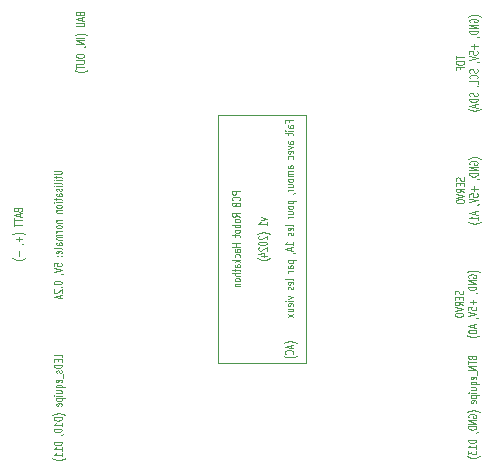
<source format=gbr>
%TF.GenerationSoftware,KiCad,Pcbnew,8.0.3*%
%TF.CreationDate,2024-09-13T10:49:28+02:00*%
%TF.ProjectId,pcb_robot,7063625f-726f-4626-9f74-2e6b69636164,rev?*%
%TF.SameCoordinates,Original*%
%TF.FileFunction,Legend,Bot*%
%TF.FilePolarity,Positive*%
%FSLAX46Y46*%
G04 Gerber Fmt 4.6, Leading zero omitted, Abs format (unit mm)*
G04 Created by KiCad (PCBNEW 8.0.3) date 2024-09-13 10:49:28*
%MOMM*%
%LPD*%
G01*
G04 APERTURE LIST*
%ADD10C,0.100000*%
%ADD11C,0.125000*%
G04 APERTURE END LIST*
D10*
X139500000Y-71000000D02*
X147000000Y-71000000D01*
X147000000Y-92000000D01*
X139500000Y-92000000D01*
X139500000Y-71000000D01*
D11*
X127841166Y-62467950D02*
X127874500Y-62539378D01*
X127874500Y-62539378D02*
X127907833Y-62563188D01*
X127907833Y-62563188D02*
X127974500Y-62586997D01*
X127974500Y-62586997D02*
X128074500Y-62586997D01*
X128074500Y-62586997D02*
X128141166Y-62563188D01*
X128141166Y-62563188D02*
X128174500Y-62539378D01*
X128174500Y-62539378D02*
X128207833Y-62491759D01*
X128207833Y-62491759D02*
X128207833Y-62301283D01*
X128207833Y-62301283D02*
X127507833Y-62301283D01*
X127507833Y-62301283D02*
X127507833Y-62467950D01*
X127507833Y-62467950D02*
X127541166Y-62515569D01*
X127541166Y-62515569D02*
X127574500Y-62539378D01*
X127574500Y-62539378D02*
X127641166Y-62563188D01*
X127641166Y-62563188D02*
X127707833Y-62563188D01*
X127707833Y-62563188D02*
X127774500Y-62539378D01*
X127774500Y-62539378D02*
X127807833Y-62515569D01*
X127807833Y-62515569D02*
X127841166Y-62467950D01*
X127841166Y-62467950D02*
X127841166Y-62301283D01*
X128007833Y-62777474D02*
X128007833Y-63015569D01*
X128207833Y-62729855D02*
X127507833Y-62896521D01*
X127507833Y-62896521D02*
X128207833Y-63063188D01*
X127507833Y-63229854D02*
X128074500Y-63229854D01*
X128074500Y-63229854D02*
X128141166Y-63253664D01*
X128141166Y-63253664D02*
X128174500Y-63277473D01*
X128174500Y-63277473D02*
X128207833Y-63325092D01*
X128207833Y-63325092D02*
X128207833Y-63420330D01*
X128207833Y-63420330D02*
X128174500Y-63467949D01*
X128174500Y-63467949D02*
X128141166Y-63491759D01*
X128141166Y-63491759D02*
X128074500Y-63515568D01*
X128074500Y-63515568D02*
X127507833Y-63515568D01*
X128474500Y-64277473D02*
X128441166Y-64253664D01*
X128441166Y-64253664D02*
X128341166Y-64206045D01*
X128341166Y-64206045D02*
X128274500Y-64182235D01*
X128274500Y-64182235D02*
X128174500Y-64158426D01*
X128174500Y-64158426D02*
X128007833Y-64134616D01*
X128007833Y-64134616D02*
X127874500Y-64134616D01*
X127874500Y-64134616D02*
X127707833Y-64158426D01*
X127707833Y-64158426D02*
X127607833Y-64182235D01*
X127607833Y-64182235D02*
X127541166Y-64206045D01*
X127541166Y-64206045D02*
X127441166Y-64253664D01*
X127441166Y-64253664D02*
X127407833Y-64277473D01*
X128207833Y-64467949D02*
X127507833Y-64467949D01*
X128207833Y-64706044D02*
X127507833Y-64706044D01*
X127507833Y-64706044D02*
X128207833Y-64991758D01*
X128207833Y-64991758D02*
X127507833Y-64991758D01*
X128174500Y-65253664D02*
X128207833Y-65253664D01*
X128207833Y-65253664D02*
X128274500Y-65229854D01*
X128274500Y-65229854D02*
X128307833Y-65206045D01*
X127507833Y-65944139D02*
X127507833Y-66039377D01*
X127507833Y-66039377D02*
X127541166Y-66086996D01*
X127541166Y-66086996D02*
X127607833Y-66134615D01*
X127607833Y-66134615D02*
X127741166Y-66158425D01*
X127741166Y-66158425D02*
X127974500Y-66158425D01*
X127974500Y-66158425D02*
X128107833Y-66134615D01*
X128107833Y-66134615D02*
X128174500Y-66086996D01*
X128174500Y-66086996D02*
X128207833Y-66039377D01*
X128207833Y-66039377D02*
X128207833Y-65944139D01*
X128207833Y-65944139D02*
X128174500Y-65896520D01*
X128174500Y-65896520D02*
X128107833Y-65848901D01*
X128107833Y-65848901D02*
X127974500Y-65825092D01*
X127974500Y-65825092D02*
X127741166Y-65825092D01*
X127741166Y-65825092D02*
X127607833Y-65848901D01*
X127607833Y-65848901D02*
X127541166Y-65896520D01*
X127541166Y-65896520D02*
X127507833Y-65944139D01*
X127507833Y-66372711D02*
X128074500Y-66372711D01*
X128074500Y-66372711D02*
X128141166Y-66396521D01*
X128141166Y-66396521D02*
X128174500Y-66420330D01*
X128174500Y-66420330D02*
X128207833Y-66467949D01*
X128207833Y-66467949D02*
X128207833Y-66563187D01*
X128207833Y-66563187D02*
X128174500Y-66610806D01*
X128174500Y-66610806D02*
X128141166Y-66634616D01*
X128141166Y-66634616D02*
X128074500Y-66658425D01*
X128074500Y-66658425D02*
X127507833Y-66658425D01*
X127507833Y-66825093D02*
X127507833Y-67110807D01*
X128207833Y-66967950D02*
X127507833Y-66967950D01*
X128474500Y-67229854D02*
X128441166Y-67253664D01*
X128441166Y-67253664D02*
X128341166Y-67301283D01*
X128341166Y-67301283D02*
X128274500Y-67325092D01*
X128274500Y-67325092D02*
X128174500Y-67348902D01*
X128174500Y-67348902D02*
X128007833Y-67372711D01*
X128007833Y-67372711D02*
X127874500Y-67372711D01*
X127874500Y-67372711D02*
X127707833Y-67348902D01*
X127707833Y-67348902D02*
X127607833Y-67325092D01*
X127607833Y-67325092D02*
X127541166Y-67301283D01*
X127541166Y-67301283D02*
X127441166Y-67253664D01*
X127441166Y-67253664D02*
X127407833Y-67229854D01*
X159680872Y-65980953D02*
X159680872Y-66266667D01*
X160380872Y-66123810D02*
X159680872Y-66123810D01*
X159680872Y-66528571D02*
X159680872Y-66623809D01*
X159680872Y-66623809D02*
X159714205Y-66671428D01*
X159714205Y-66671428D02*
X159780872Y-66719047D01*
X159780872Y-66719047D02*
X159914205Y-66742857D01*
X159914205Y-66742857D02*
X160147539Y-66742857D01*
X160147539Y-66742857D02*
X160280872Y-66719047D01*
X160280872Y-66719047D02*
X160347539Y-66671428D01*
X160347539Y-66671428D02*
X160380872Y-66623809D01*
X160380872Y-66623809D02*
X160380872Y-66528571D01*
X160380872Y-66528571D02*
X160347539Y-66480952D01*
X160347539Y-66480952D02*
X160280872Y-66433333D01*
X160280872Y-66433333D02*
X160147539Y-66409524D01*
X160147539Y-66409524D02*
X159914205Y-66409524D01*
X159914205Y-66409524D02*
X159780872Y-66433333D01*
X159780872Y-66433333D02*
X159714205Y-66480952D01*
X159714205Y-66480952D02*
X159680872Y-66528571D01*
X160014205Y-67123810D02*
X160014205Y-66957143D01*
X160380872Y-66957143D02*
X159680872Y-66957143D01*
X159680872Y-66957143D02*
X159680872Y-67195238D01*
X161774500Y-62683335D02*
X161741166Y-62659526D01*
X161741166Y-62659526D02*
X161641166Y-62611907D01*
X161641166Y-62611907D02*
X161574500Y-62588097D01*
X161574500Y-62588097D02*
X161474500Y-62564288D01*
X161474500Y-62564288D02*
X161307833Y-62540478D01*
X161307833Y-62540478D02*
X161174500Y-62540478D01*
X161174500Y-62540478D02*
X161007833Y-62564288D01*
X161007833Y-62564288D02*
X160907833Y-62588097D01*
X160907833Y-62588097D02*
X160841166Y-62611907D01*
X160841166Y-62611907D02*
X160741166Y-62659526D01*
X160741166Y-62659526D02*
X160707833Y-62683335D01*
X160841166Y-63135716D02*
X160807833Y-63088097D01*
X160807833Y-63088097D02*
X160807833Y-63016668D01*
X160807833Y-63016668D02*
X160841166Y-62945240D01*
X160841166Y-62945240D02*
X160907833Y-62897621D01*
X160907833Y-62897621D02*
X160974500Y-62873811D01*
X160974500Y-62873811D02*
X161107833Y-62850002D01*
X161107833Y-62850002D02*
X161207833Y-62850002D01*
X161207833Y-62850002D02*
X161341166Y-62873811D01*
X161341166Y-62873811D02*
X161407833Y-62897621D01*
X161407833Y-62897621D02*
X161474500Y-62945240D01*
X161474500Y-62945240D02*
X161507833Y-63016668D01*
X161507833Y-63016668D02*
X161507833Y-63064287D01*
X161507833Y-63064287D02*
X161474500Y-63135716D01*
X161474500Y-63135716D02*
X161441166Y-63159525D01*
X161441166Y-63159525D02*
X161207833Y-63159525D01*
X161207833Y-63159525D02*
X161207833Y-63064287D01*
X161507833Y-63373811D02*
X160807833Y-63373811D01*
X160807833Y-63373811D02*
X161507833Y-63659525D01*
X161507833Y-63659525D02*
X160807833Y-63659525D01*
X161507833Y-63897621D02*
X160807833Y-63897621D01*
X160807833Y-63897621D02*
X160807833Y-64016669D01*
X160807833Y-64016669D02*
X160841166Y-64088097D01*
X160841166Y-64088097D02*
X160907833Y-64135716D01*
X160907833Y-64135716D02*
X160974500Y-64159526D01*
X160974500Y-64159526D02*
X161107833Y-64183335D01*
X161107833Y-64183335D02*
X161207833Y-64183335D01*
X161207833Y-64183335D02*
X161341166Y-64159526D01*
X161341166Y-64159526D02*
X161407833Y-64135716D01*
X161407833Y-64135716D02*
X161474500Y-64088097D01*
X161474500Y-64088097D02*
X161507833Y-64016669D01*
X161507833Y-64016669D02*
X161507833Y-63897621D01*
X161474500Y-64421431D02*
X161507833Y-64421431D01*
X161507833Y-64421431D02*
X161574500Y-64397621D01*
X161574500Y-64397621D02*
X161607833Y-64373812D01*
X161241166Y-65016668D02*
X161241166Y-65397621D01*
X161507833Y-65207144D02*
X160974500Y-65207144D01*
X160807833Y-65873811D02*
X160807833Y-65635716D01*
X160807833Y-65635716D02*
X161141166Y-65611907D01*
X161141166Y-65611907D02*
X161107833Y-65635716D01*
X161107833Y-65635716D02*
X161074500Y-65683335D01*
X161074500Y-65683335D02*
X161074500Y-65802383D01*
X161074500Y-65802383D02*
X161107833Y-65850002D01*
X161107833Y-65850002D02*
X161141166Y-65873811D01*
X161141166Y-65873811D02*
X161207833Y-65897621D01*
X161207833Y-65897621D02*
X161374500Y-65897621D01*
X161374500Y-65897621D02*
X161441166Y-65873811D01*
X161441166Y-65873811D02*
X161474500Y-65850002D01*
X161474500Y-65850002D02*
X161507833Y-65802383D01*
X161507833Y-65802383D02*
X161507833Y-65683335D01*
X161507833Y-65683335D02*
X161474500Y-65635716D01*
X161474500Y-65635716D02*
X161441166Y-65611907D01*
X160807833Y-66040478D02*
X161507833Y-66207144D01*
X161507833Y-66207144D02*
X160807833Y-66373811D01*
X161474500Y-66564287D02*
X161507833Y-66564287D01*
X161507833Y-66564287D02*
X161574500Y-66540477D01*
X161574500Y-66540477D02*
X161607833Y-66516668D01*
X161474500Y-67135715D02*
X161507833Y-67207143D01*
X161507833Y-67207143D02*
X161507833Y-67326191D01*
X161507833Y-67326191D02*
X161474500Y-67373810D01*
X161474500Y-67373810D02*
X161441166Y-67397619D01*
X161441166Y-67397619D02*
X161374500Y-67421429D01*
X161374500Y-67421429D02*
X161307833Y-67421429D01*
X161307833Y-67421429D02*
X161241166Y-67397619D01*
X161241166Y-67397619D02*
X161207833Y-67373810D01*
X161207833Y-67373810D02*
X161174500Y-67326191D01*
X161174500Y-67326191D02*
X161141166Y-67230953D01*
X161141166Y-67230953D02*
X161107833Y-67183334D01*
X161107833Y-67183334D02*
X161074500Y-67159524D01*
X161074500Y-67159524D02*
X161007833Y-67135715D01*
X161007833Y-67135715D02*
X160941166Y-67135715D01*
X160941166Y-67135715D02*
X160874500Y-67159524D01*
X160874500Y-67159524D02*
X160841166Y-67183334D01*
X160841166Y-67183334D02*
X160807833Y-67230953D01*
X160807833Y-67230953D02*
X160807833Y-67350000D01*
X160807833Y-67350000D02*
X160841166Y-67421429D01*
X161441166Y-67921428D02*
X161474500Y-67897619D01*
X161474500Y-67897619D02*
X161507833Y-67826190D01*
X161507833Y-67826190D02*
X161507833Y-67778571D01*
X161507833Y-67778571D02*
X161474500Y-67707143D01*
X161474500Y-67707143D02*
X161407833Y-67659524D01*
X161407833Y-67659524D02*
X161341166Y-67635714D01*
X161341166Y-67635714D02*
X161207833Y-67611905D01*
X161207833Y-67611905D02*
X161107833Y-67611905D01*
X161107833Y-67611905D02*
X160974500Y-67635714D01*
X160974500Y-67635714D02*
X160907833Y-67659524D01*
X160907833Y-67659524D02*
X160841166Y-67707143D01*
X160841166Y-67707143D02*
X160807833Y-67778571D01*
X160807833Y-67778571D02*
X160807833Y-67826190D01*
X160807833Y-67826190D02*
X160841166Y-67897619D01*
X160841166Y-67897619D02*
X160874500Y-67921428D01*
X161507833Y-68373809D02*
X161507833Y-68135714D01*
X161507833Y-68135714D02*
X160807833Y-68135714D01*
X161474500Y-68564286D02*
X161507833Y-68564286D01*
X161507833Y-68564286D02*
X161574500Y-68540476D01*
X161574500Y-68540476D02*
X161607833Y-68516667D01*
X161474500Y-69135714D02*
X161507833Y-69207142D01*
X161507833Y-69207142D02*
X161507833Y-69326190D01*
X161507833Y-69326190D02*
X161474500Y-69373809D01*
X161474500Y-69373809D02*
X161441166Y-69397618D01*
X161441166Y-69397618D02*
X161374500Y-69421428D01*
X161374500Y-69421428D02*
X161307833Y-69421428D01*
X161307833Y-69421428D02*
X161241166Y-69397618D01*
X161241166Y-69397618D02*
X161207833Y-69373809D01*
X161207833Y-69373809D02*
X161174500Y-69326190D01*
X161174500Y-69326190D02*
X161141166Y-69230952D01*
X161141166Y-69230952D02*
X161107833Y-69183333D01*
X161107833Y-69183333D02*
X161074500Y-69159523D01*
X161074500Y-69159523D02*
X161007833Y-69135714D01*
X161007833Y-69135714D02*
X160941166Y-69135714D01*
X160941166Y-69135714D02*
X160874500Y-69159523D01*
X160874500Y-69159523D02*
X160841166Y-69183333D01*
X160841166Y-69183333D02*
X160807833Y-69230952D01*
X160807833Y-69230952D02*
X160807833Y-69349999D01*
X160807833Y-69349999D02*
X160841166Y-69421428D01*
X161507833Y-69635713D02*
X160807833Y-69635713D01*
X160807833Y-69635713D02*
X160807833Y-69754761D01*
X160807833Y-69754761D02*
X160841166Y-69826189D01*
X160841166Y-69826189D02*
X160907833Y-69873808D01*
X160907833Y-69873808D02*
X160974500Y-69897618D01*
X160974500Y-69897618D02*
X161107833Y-69921427D01*
X161107833Y-69921427D02*
X161207833Y-69921427D01*
X161207833Y-69921427D02*
X161341166Y-69897618D01*
X161341166Y-69897618D02*
X161407833Y-69873808D01*
X161407833Y-69873808D02*
X161474500Y-69826189D01*
X161474500Y-69826189D02*
X161507833Y-69754761D01*
X161507833Y-69754761D02*
X161507833Y-69635713D01*
X161307833Y-70111904D02*
X161307833Y-70349999D01*
X161507833Y-70064285D02*
X160807833Y-70230951D01*
X160807833Y-70230951D02*
X161507833Y-70397618D01*
X161774500Y-70516665D02*
X161741166Y-70540475D01*
X161741166Y-70540475D02*
X161641166Y-70588094D01*
X161641166Y-70588094D02*
X161574500Y-70611903D01*
X161574500Y-70611903D02*
X161474500Y-70635713D01*
X161474500Y-70635713D02*
X161307833Y-70659522D01*
X161307833Y-70659522D02*
X161174500Y-70659522D01*
X161174500Y-70659522D02*
X161007833Y-70635713D01*
X161007833Y-70635713D02*
X160907833Y-70611903D01*
X160907833Y-70611903D02*
X160841166Y-70588094D01*
X160841166Y-70588094D02*
X160741166Y-70540475D01*
X160741166Y-70540475D02*
X160707833Y-70516665D01*
X122560283Y-79088096D02*
X122593617Y-79159524D01*
X122593617Y-79159524D02*
X122626950Y-79183334D01*
X122626950Y-79183334D02*
X122693617Y-79207143D01*
X122693617Y-79207143D02*
X122793617Y-79207143D01*
X122793617Y-79207143D02*
X122860283Y-79183334D01*
X122860283Y-79183334D02*
X122893617Y-79159524D01*
X122893617Y-79159524D02*
X122926950Y-79111905D01*
X122926950Y-79111905D02*
X122926950Y-78921429D01*
X122926950Y-78921429D02*
X122226950Y-78921429D01*
X122226950Y-78921429D02*
X122226950Y-79088096D01*
X122226950Y-79088096D02*
X122260283Y-79135715D01*
X122260283Y-79135715D02*
X122293617Y-79159524D01*
X122293617Y-79159524D02*
X122360283Y-79183334D01*
X122360283Y-79183334D02*
X122426950Y-79183334D01*
X122426950Y-79183334D02*
X122493617Y-79159524D01*
X122493617Y-79159524D02*
X122526950Y-79135715D01*
X122526950Y-79135715D02*
X122560283Y-79088096D01*
X122560283Y-79088096D02*
X122560283Y-78921429D01*
X122726950Y-79397620D02*
X122726950Y-79635715D01*
X122926950Y-79350001D02*
X122226950Y-79516667D01*
X122226950Y-79516667D02*
X122926950Y-79683334D01*
X122226950Y-79778572D02*
X122226950Y-80064286D01*
X122926950Y-79921429D02*
X122226950Y-79921429D01*
X122226950Y-80159524D02*
X122226950Y-80445238D01*
X122926950Y-80302381D02*
X122226950Y-80302381D01*
X123193617Y-81135713D02*
X123160283Y-81111904D01*
X123160283Y-81111904D02*
X123060283Y-81064285D01*
X123060283Y-81064285D02*
X122993617Y-81040475D01*
X122993617Y-81040475D02*
X122893617Y-81016666D01*
X122893617Y-81016666D02*
X122726950Y-80992856D01*
X122726950Y-80992856D02*
X122593617Y-80992856D01*
X122593617Y-80992856D02*
X122426950Y-81016666D01*
X122426950Y-81016666D02*
X122326950Y-81040475D01*
X122326950Y-81040475D02*
X122260283Y-81064285D01*
X122260283Y-81064285D02*
X122160283Y-81111904D01*
X122160283Y-81111904D02*
X122126950Y-81135713D01*
X122660283Y-81326189D02*
X122660283Y-81707142D01*
X122926950Y-81516665D02*
X122393617Y-81516665D01*
X122893617Y-81969047D02*
X122926950Y-81969047D01*
X122926950Y-81969047D02*
X122993617Y-81945237D01*
X122993617Y-81945237D02*
X123026950Y-81921428D01*
X122660283Y-82564284D02*
X122660283Y-82945237D01*
X123193617Y-83135713D02*
X123160283Y-83159523D01*
X123160283Y-83159523D02*
X123060283Y-83207142D01*
X123060283Y-83207142D02*
X122993617Y-83230951D01*
X122993617Y-83230951D02*
X122893617Y-83254761D01*
X122893617Y-83254761D02*
X122726950Y-83278570D01*
X122726950Y-83278570D02*
X122593617Y-83278570D01*
X122593617Y-83278570D02*
X122426950Y-83254761D01*
X122426950Y-83254761D02*
X122326950Y-83230951D01*
X122326950Y-83230951D02*
X122260283Y-83207142D01*
X122260283Y-83207142D02*
X122160283Y-83159523D01*
X122160283Y-83159523D02*
X122126950Y-83135713D01*
X125607833Y-75719049D02*
X126174500Y-75719049D01*
X126174500Y-75719049D02*
X126241166Y-75742859D01*
X126241166Y-75742859D02*
X126274500Y-75766668D01*
X126274500Y-75766668D02*
X126307833Y-75814287D01*
X126307833Y-75814287D02*
X126307833Y-75909525D01*
X126307833Y-75909525D02*
X126274500Y-75957144D01*
X126274500Y-75957144D02*
X126241166Y-75980954D01*
X126241166Y-75980954D02*
X126174500Y-76004763D01*
X126174500Y-76004763D02*
X125607833Y-76004763D01*
X125841166Y-76171431D02*
X125841166Y-76361907D01*
X125607833Y-76242859D02*
X126207833Y-76242859D01*
X126207833Y-76242859D02*
X126274500Y-76266669D01*
X126274500Y-76266669D02*
X126307833Y-76314288D01*
X126307833Y-76314288D02*
X126307833Y-76361907D01*
X126307833Y-76528573D02*
X125841166Y-76528573D01*
X125607833Y-76528573D02*
X125641166Y-76504764D01*
X125641166Y-76504764D02*
X125674500Y-76528573D01*
X125674500Y-76528573D02*
X125641166Y-76552383D01*
X125641166Y-76552383D02*
X125607833Y-76528573D01*
X125607833Y-76528573D02*
X125674500Y-76528573D01*
X126307833Y-76838097D02*
X126274500Y-76790478D01*
X126274500Y-76790478D02*
X126207833Y-76766668D01*
X126207833Y-76766668D02*
X125607833Y-76766668D01*
X126307833Y-77028573D02*
X125841166Y-77028573D01*
X125607833Y-77028573D02*
X125641166Y-77004764D01*
X125641166Y-77004764D02*
X125674500Y-77028573D01*
X125674500Y-77028573D02*
X125641166Y-77052383D01*
X125641166Y-77052383D02*
X125607833Y-77028573D01*
X125607833Y-77028573D02*
X125674500Y-77028573D01*
X126274500Y-77242859D02*
X126307833Y-77290478D01*
X126307833Y-77290478D02*
X126307833Y-77385716D01*
X126307833Y-77385716D02*
X126274500Y-77433335D01*
X126274500Y-77433335D02*
X126207833Y-77457144D01*
X126207833Y-77457144D02*
X126174500Y-77457144D01*
X126174500Y-77457144D02*
X126107833Y-77433335D01*
X126107833Y-77433335D02*
X126074500Y-77385716D01*
X126074500Y-77385716D02*
X126074500Y-77314287D01*
X126074500Y-77314287D02*
X126041166Y-77266668D01*
X126041166Y-77266668D02*
X125974500Y-77242859D01*
X125974500Y-77242859D02*
X125941166Y-77242859D01*
X125941166Y-77242859D02*
X125874500Y-77266668D01*
X125874500Y-77266668D02*
X125841166Y-77314287D01*
X125841166Y-77314287D02*
X125841166Y-77385716D01*
X125841166Y-77385716D02*
X125874500Y-77433335D01*
X126307833Y-77885716D02*
X125941166Y-77885716D01*
X125941166Y-77885716D02*
X125874500Y-77861906D01*
X125874500Y-77861906D02*
X125841166Y-77814287D01*
X125841166Y-77814287D02*
X125841166Y-77719049D01*
X125841166Y-77719049D02*
X125874500Y-77671430D01*
X126274500Y-77885716D02*
X126307833Y-77838097D01*
X126307833Y-77838097D02*
X126307833Y-77719049D01*
X126307833Y-77719049D02*
X126274500Y-77671430D01*
X126274500Y-77671430D02*
X126207833Y-77647621D01*
X126207833Y-77647621D02*
X126141166Y-77647621D01*
X126141166Y-77647621D02*
X126074500Y-77671430D01*
X126074500Y-77671430D02*
X126041166Y-77719049D01*
X126041166Y-77719049D02*
X126041166Y-77838097D01*
X126041166Y-77838097D02*
X126007833Y-77885716D01*
X125841166Y-78052383D02*
X125841166Y-78242859D01*
X125607833Y-78123811D02*
X126207833Y-78123811D01*
X126207833Y-78123811D02*
X126274500Y-78147621D01*
X126274500Y-78147621D02*
X126307833Y-78195240D01*
X126307833Y-78195240D02*
X126307833Y-78242859D01*
X126307833Y-78409525D02*
X125841166Y-78409525D01*
X125607833Y-78409525D02*
X125641166Y-78385716D01*
X125641166Y-78385716D02*
X125674500Y-78409525D01*
X125674500Y-78409525D02*
X125641166Y-78433335D01*
X125641166Y-78433335D02*
X125607833Y-78409525D01*
X125607833Y-78409525D02*
X125674500Y-78409525D01*
X126307833Y-78719049D02*
X126274500Y-78671430D01*
X126274500Y-78671430D02*
X126241166Y-78647620D01*
X126241166Y-78647620D02*
X126174500Y-78623811D01*
X126174500Y-78623811D02*
X125974500Y-78623811D01*
X125974500Y-78623811D02*
X125907833Y-78647620D01*
X125907833Y-78647620D02*
X125874500Y-78671430D01*
X125874500Y-78671430D02*
X125841166Y-78719049D01*
X125841166Y-78719049D02*
X125841166Y-78790477D01*
X125841166Y-78790477D02*
X125874500Y-78838096D01*
X125874500Y-78838096D02*
X125907833Y-78861906D01*
X125907833Y-78861906D02*
X125974500Y-78885715D01*
X125974500Y-78885715D02*
X126174500Y-78885715D01*
X126174500Y-78885715D02*
X126241166Y-78861906D01*
X126241166Y-78861906D02*
X126274500Y-78838096D01*
X126274500Y-78838096D02*
X126307833Y-78790477D01*
X126307833Y-78790477D02*
X126307833Y-78719049D01*
X125841166Y-79100001D02*
X126307833Y-79100001D01*
X125907833Y-79100001D02*
X125874500Y-79123811D01*
X125874500Y-79123811D02*
X125841166Y-79171430D01*
X125841166Y-79171430D02*
X125841166Y-79242858D01*
X125841166Y-79242858D02*
X125874500Y-79290477D01*
X125874500Y-79290477D02*
X125941166Y-79314287D01*
X125941166Y-79314287D02*
X126307833Y-79314287D01*
X125841166Y-79933334D02*
X126307833Y-79933334D01*
X125907833Y-79933334D02*
X125874500Y-79957144D01*
X125874500Y-79957144D02*
X125841166Y-80004763D01*
X125841166Y-80004763D02*
X125841166Y-80076191D01*
X125841166Y-80076191D02*
X125874500Y-80123810D01*
X125874500Y-80123810D02*
X125941166Y-80147620D01*
X125941166Y-80147620D02*
X126307833Y-80147620D01*
X126307833Y-80457144D02*
X126274500Y-80409525D01*
X126274500Y-80409525D02*
X126241166Y-80385715D01*
X126241166Y-80385715D02*
X126174500Y-80361906D01*
X126174500Y-80361906D02*
X125974500Y-80361906D01*
X125974500Y-80361906D02*
X125907833Y-80385715D01*
X125907833Y-80385715D02*
X125874500Y-80409525D01*
X125874500Y-80409525D02*
X125841166Y-80457144D01*
X125841166Y-80457144D02*
X125841166Y-80528572D01*
X125841166Y-80528572D02*
X125874500Y-80576191D01*
X125874500Y-80576191D02*
X125907833Y-80600001D01*
X125907833Y-80600001D02*
X125974500Y-80623810D01*
X125974500Y-80623810D02*
X126174500Y-80623810D01*
X126174500Y-80623810D02*
X126241166Y-80600001D01*
X126241166Y-80600001D02*
X126274500Y-80576191D01*
X126274500Y-80576191D02*
X126307833Y-80528572D01*
X126307833Y-80528572D02*
X126307833Y-80457144D01*
X126307833Y-80838096D02*
X125841166Y-80838096D01*
X125974500Y-80838096D02*
X125907833Y-80861906D01*
X125907833Y-80861906D02*
X125874500Y-80885715D01*
X125874500Y-80885715D02*
X125841166Y-80933334D01*
X125841166Y-80933334D02*
X125841166Y-80980953D01*
X126307833Y-81147620D02*
X125841166Y-81147620D01*
X125907833Y-81147620D02*
X125874500Y-81171430D01*
X125874500Y-81171430D02*
X125841166Y-81219049D01*
X125841166Y-81219049D02*
X125841166Y-81290477D01*
X125841166Y-81290477D02*
X125874500Y-81338096D01*
X125874500Y-81338096D02*
X125941166Y-81361906D01*
X125941166Y-81361906D02*
X126307833Y-81361906D01*
X125941166Y-81361906D02*
X125874500Y-81385715D01*
X125874500Y-81385715D02*
X125841166Y-81433334D01*
X125841166Y-81433334D02*
X125841166Y-81504763D01*
X125841166Y-81504763D02*
X125874500Y-81552382D01*
X125874500Y-81552382D02*
X125941166Y-81576192D01*
X125941166Y-81576192D02*
X126307833Y-81576192D01*
X126307833Y-82028573D02*
X125941166Y-82028573D01*
X125941166Y-82028573D02*
X125874500Y-82004763D01*
X125874500Y-82004763D02*
X125841166Y-81957144D01*
X125841166Y-81957144D02*
X125841166Y-81861906D01*
X125841166Y-81861906D02*
X125874500Y-81814287D01*
X126274500Y-82028573D02*
X126307833Y-81980954D01*
X126307833Y-81980954D02*
X126307833Y-81861906D01*
X126307833Y-81861906D02*
X126274500Y-81814287D01*
X126274500Y-81814287D02*
X126207833Y-81790478D01*
X126207833Y-81790478D02*
X126141166Y-81790478D01*
X126141166Y-81790478D02*
X126074500Y-81814287D01*
X126074500Y-81814287D02*
X126041166Y-81861906D01*
X126041166Y-81861906D02*
X126041166Y-81980954D01*
X126041166Y-81980954D02*
X126007833Y-82028573D01*
X126307833Y-82338097D02*
X126274500Y-82290478D01*
X126274500Y-82290478D02*
X126207833Y-82266668D01*
X126207833Y-82266668D02*
X125607833Y-82266668D01*
X126274500Y-82719049D02*
X126307833Y-82671430D01*
X126307833Y-82671430D02*
X126307833Y-82576192D01*
X126307833Y-82576192D02*
X126274500Y-82528573D01*
X126274500Y-82528573D02*
X126207833Y-82504764D01*
X126207833Y-82504764D02*
X125941166Y-82504764D01*
X125941166Y-82504764D02*
X125874500Y-82528573D01*
X125874500Y-82528573D02*
X125841166Y-82576192D01*
X125841166Y-82576192D02*
X125841166Y-82671430D01*
X125841166Y-82671430D02*
X125874500Y-82719049D01*
X125874500Y-82719049D02*
X125941166Y-82742859D01*
X125941166Y-82742859D02*
X126007833Y-82742859D01*
X126007833Y-82742859D02*
X126074500Y-82504764D01*
X126241166Y-82957144D02*
X126274500Y-82980954D01*
X126274500Y-82980954D02*
X126307833Y-82957144D01*
X126307833Y-82957144D02*
X126274500Y-82933335D01*
X126274500Y-82933335D02*
X126241166Y-82957144D01*
X126241166Y-82957144D02*
X126307833Y-82957144D01*
X125874500Y-82957144D02*
X125907833Y-82980954D01*
X125907833Y-82980954D02*
X125941166Y-82957144D01*
X125941166Y-82957144D02*
X125907833Y-82933335D01*
X125907833Y-82933335D02*
X125874500Y-82957144D01*
X125874500Y-82957144D02*
X125941166Y-82957144D01*
X125607833Y-83814286D02*
X125607833Y-83576191D01*
X125607833Y-83576191D02*
X125941166Y-83552382D01*
X125941166Y-83552382D02*
X125907833Y-83576191D01*
X125907833Y-83576191D02*
X125874500Y-83623810D01*
X125874500Y-83623810D02*
X125874500Y-83742858D01*
X125874500Y-83742858D02*
X125907833Y-83790477D01*
X125907833Y-83790477D02*
X125941166Y-83814286D01*
X125941166Y-83814286D02*
X126007833Y-83838096D01*
X126007833Y-83838096D02*
X126174500Y-83838096D01*
X126174500Y-83838096D02*
X126241166Y-83814286D01*
X126241166Y-83814286D02*
X126274500Y-83790477D01*
X126274500Y-83790477D02*
X126307833Y-83742858D01*
X126307833Y-83742858D02*
X126307833Y-83623810D01*
X126307833Y-83623810D02*
X126274500Y-83576191D01*
X126274500Y-83576191D02*
X126241166Y-83552382D01*
X125607833Y-83980953D02*
X126307833Y-84147619D01*
X126307833Y-84147619D02*
X125607833Y-84314286D01*
X126274500Y-84504762D02*
X126307833Y-84504762D01*
X126307833Y-84504762D02*
X126374500Y-84480952D01*
X126374500Y-84480952D02*
X126407833Y-84457143D01*
X125607833Y-85195237D02*
X125607833Y-85242856D01*
X125607833Y-85242856D02*
X125641166Y-85290475D01*
X125641166Y-85290475D02*
X125674500Y-85314285D01*
X125674500Y-85314285D02*
X125741166Y-85338094D01*
X125741166Y-85338094D02*
X125874500Y-85361904D01*
X125874500Y-85361904D02*
X126041166Y-85361904D01*
X126041166Y-85361904D02*
X126174500Y-85338094D01*
X126174500Y-85338094D02*
X126241166Y-85314285D01*
X126241166Y-85314285D02*
X126274500Y-85290475D01*
X126274500Y-85290475D02*
X126307833Y-85242856D01*
X126307833Y-85242856D02*
X126307833Y-85195237D01*
X126307833Y-85195237D02*
X126274500Y-85147618D01*
X126274500Y-85147618D02*
X126241166Y-85123809D01*
X126241166Y-85123809D02*
X126174500Y-85099999D01*
X126174500Y-85099999D02*
X126041166Y-85076190D01*
X126041166Y-85076190D02*
X125874500Y-85076190D01*
X125874500Y-85076190D02*
X125741166Y-85099999D01*
X125741166Y-85099999D02*
X125674500Y-85123809D01*
X125674500Y-85123809D02*
X125641166Y-85147618D01*
X125641166Y-85147618D02*
X125607833Y-85195237D01*
X126241166Y-85576189D02*
X126274500Y-85599999D01*
X126274500Y-85599999D02*
X126307833Y-85576189D01*
X126307833Y-85576189D02*
X126274500Y-85552380D01*
X126274500Y-85552380D02*
X126241166Y-85576189D01*
X126241166Y-85576189D02*
X126307833Y-85576189D01*
X125674500Y-85790475D02*
X125641166Y-85814284D01*
X125641166Y-85814284D02*
X125607833Y-85861903D01*
X125607833Y-85861903D02*
X125607833Y-85980951D01*
X125607833Y-85980951D02*
X125641166Y-86028570D01*
X125641166Y-86028570D02*
X125674500Y-86052379D01*
X125674500Y-86052379D02*
X125741166Y-86076189D01*
X125741166Y-86076189D02*
X125807833Y-86076189D01*
X125807833Y-86076189D02*
X125907833Y-86052379D01*
X125907833Y-86052379D02*
X126307833Y-85766665D01*
X126307833Y-85766665D02*
X126307833Y-86076189D01*
X126107833Y-86266665D02*
X126107833Y-86504760D01*
X126307833Y-86219046D02*
X125607833Y-86385712D01*
X125607833Y-86385712D02*
X126307833Y-86552379D01*
X160347539Y-76304762D02*
X160380872Y-76376190D01*
X160380872Y-76376190D02*
X160380872Y-76495238D01*
X160380872Y-76495238D02*
X160347539Y-76542857D01*
X160347539Y-76542857D02*
X160314205Y-76566666D01*
X160314205Y-76566666D02*
X160247539Y-76590476D01*
X160247539Y-76590476D02*
X160180872Y-76590476D01*
X160180872Y-76590476D02*
X160114205Y-76566666D01*
X160114205Y-76566666D02*
X160080872Y-76542857D01*
X160080872Y-76542857D02*
X160047539Y-76495238D01*
X160047539Y-76495238D02*
X160014205Y-76400000D01*
X160014205Y-76400000D02*
X159980872Y-76352381D01*
X159980872Y-76352381D02*
X159947539Y-76328571D01*
X159947539Y-76328571D02*
X159880872Y-76304762D01*
X159880872Y-76304762D02*
X159814205Y-76304762D01*
X159814205Y-76304762D02*
X159747539Y-76328571D01*
X159747539Y-76328571D02*
X159714205Y-76352381D01*
X159714205Y-76352381D02*
X159680872Y-76400000D01*
X159680872Y-76400000D02*
X159680872Y-76519047D01*
X159680872Y-76519047D02*
X159714205Y-76590476D01*
X160014205Y-76804761D02*
X160014205Y-76971428D01*
X160380872Y-77042856D02*
X160380872Y-76804761D01*
X160380872Y-76804761D02*
X159680872Y-76804761D01*
X159680872Y-76804761D02*
X159680872Y-77042856D01*
X160380872Y-77542856D02*
X160047539Y-77376190D01*
X160380872Y-77257142D02*
X159680872Y-77257142D01*
X159680872Y-77257142D02*
X159680872Y-77447618D01*
X159680872Y-77447618D02*
X159714205Y-77495237D01*
X159714205Y-77495237D02*
X159747539Y-77519047D01*
X159747539Y-77519047D02*
X159814205Y-77542856D01*
X159814205Y-77542856D02*
X159914205Y-77542856D01*
X159914205Y-77542856D02*
X159980872Y-77519047D01*
X159980872Y-77519047D02*
X160014205Y-77495237D01*
X160014205Y-77495237D02*
X160047539Y-77447618D01*
X160047539Y-77447618D02*
X160047539Y-77257142D01*
X159680872Y-77685714D02*
X160380872Y-77852380D01*
X160380872Y-77852380D02*
X159680872Y-78019047D01*
X159680872Y-78280951D02*
X159680872Y-78376189D01*
X159680872Y-78376189D02*
X159714205Y-78423808D01*
X159714205Y-78423808D02*
X159780872Y-78471427D01*
X159780872Y-78471427D02*
X159914205Y-78495237D01*
X159914205Y-78495237D02*
X160147539Y-78495237D01*
X160147539Y-78495237D02*
X160280872Y-78471427D01*
X160280872Y-78471427D02*
X160347539Y-78423808D01*
X160347539Y-78423808D02*
X160380872Y-78376189D01*
X160380872Y-78376189D02*
X160380872Y-78280951D01*
X160380872Y-78280951D02*
X160347539Y-78233332D01*
X160347539Y-78233332D02*
X160280872Y-78185713D01*
X160280872Y-78185713D02*
X160147539Y-78161904D01*
X160147539Y-78161904D02*
X159914205Y-78161904D01*
X159914205Y-78161904D02*
X159780872Y-78185713D01*
X159780872Y-78185713D02*
X159714205Y-78233332D01*
X159714205Y-78233332D02*
X159680872Y-78280951D01*
X161774500Y-74733334D02*
X161741166Y-74709525D01*
X161741166Y-74709525D02*
X161641166Y-74661906D01*
X161641166Y-74661906D02*
X161574500Y-74638096D01*
X161574500Y-74638096D02*
X161474500Y-74614287D01*
X161474500Y-74614287D02*
X161307833Y-74590477D01*
X161307833Y-74590477D02*
X161174500Y-74590477D01*
X161174500Y-74590477D02*
X161007833Y-74614287D01*
X161007833Y-74614287D02*
X160907833Y-74638096D01*
X160907833Y-74638096D02*
X160841166Y-74661906D01*
X160841166Y-74661906D02*
X160741166Y-74709525D01*
X160741166Y-74709525D02*
X160707833Y-74733334D01*
X160841166Y-75185715D02*
X160807833Y-75138096D01*
X160807833Y-75138096D02*
X160807833Y-75066667D01*
X160807833Y-75066667D02*
X160841166Y-74995239D01*
X160841166Y-74995239D02*
X160907833Y-74947620D01*
X160907833Y-74947620D02*
X160974500Y-74923810D01*
X160974500Y-74923810D02*
X161107833Y-74900001D01*
X161107833Y-74900001D02*
X161207833Y-74900001D01*
X161207833Y-74900001D02*
X161341166Y-74923810D01*
X161341166Y-74923810D02*
X161407833Y-74947620D01*
X161407833Y-74947620D02*
X161474500Y-74995239D01*
X161474500Y-74995239D02*
X161507833Y-75066667D01*
X161507833Y-75066667D02*
X161507833Y-75114286D01*
X161507833Y-75114286D02*
X161474500Y-75185715D01*
X161474500Y-75185715D02*
X161441166Y-75209524D01*
X161441166Y-75209524D02*
X161207833Y-75209524D01*
X161207833Y-75209524D02*
X161207833Y-75114286D01*
X161507833Y-75423810D02*
X160807833Y-75423810D01*
X160807833Y-75423810D02*
X161507833Y-75709524D01*
X161507833Y-75709524D02*
X160807833Y-75709524D01*
X161507833Y-75947620D02*
X160807833Y-75947620D01*
X160807833Y-75947620D02*
X160807833Y-76066668D01*
X160807833Y-76066668D02*
X160841166Y-76138096D01*
X160841166Y-76138096D02*
X160907833Y-76185715D01*
X160907833Y-76185715D02*
X160974500Y-76209525D01*
X160974500Y-76209525D02*
X161107833Y-76233334D01*
X161107833Y-76233334D02*
X161207833Y-76233334D01*
X161207833Y-76233334D02*
X161341166Y-76209525D01*
X161341166Y-76209525D02*
X161407833Y-76185715D01*
X161407833Y-76185715D02*
X161474500Y-76138096D01*
X161474500Y-76138096D02*
X161507833Y-76066668D01*
X161507833Y-76066668D02*
X161507833Y-75947620D01*
X161474500Y-76471430D02*
X161507833Y-76471430D01*
X161507833Y-76471430D02*
X161574500Y-76447620D01*
X161574500Y-76447620D02*
X161607833Y-76423811D01*
X161241166Y-77066667D02*
X161241166Y-77447620D01*
X161507833Y-77257143D02*
X160974500Y-77257143D01*
X160807833Y-77923810D02*
X160807833Y-77685715D01*
X160807833Y-77685715D02*
X161141166Y-77661906D01*
X161141166Y-77661906D02*
X161107833Y-77685715D01*
X161107833Y-77685715D02*
X161074500Y-77733334D01*
X161074500Y-77733334D02*
X161074500Y-77852382D01*
X161074500Y-77852382D02*
X161107833Y-77900001D01*
X161107833Y-77900001D02*
X161141166Y-77923810D01*
X161141166Y-77923810D02*
X161207833Y-77947620D01*
X161207833Y-77947620D02*
X161374500Y-77947620D01*
X161374500Y-77947620D02*
X161441166Y-77923810D01*
X161441166Y-77923810D02*
X161474500Y-77900001D01*
X161474500Y-77900001D02*
X161507833Y-77852382D01*
X161507833Y-77852382D02*
X161507833Y-77733334D01*
X161507833Y-77733334D02*
X161474500Y-77685715D01*
X161474500Y-77685715D02*
X161441166Y-77661906D01*
X160807833Y-78090477D02*
X161507833Y-78257143D01*
X161507833Y-78257143D02*
X160807833Y-78423810D01*
X161474500Y-78614286D02*
X161507833Y-78614286D01*
X161507833Y-78614286D02*
X161574500Y-78590476D01*
X161574500Y-78590476D02*
X161607833Y-78566667D01*
X161307833Y-79185714D02*
X161307833Y-79423809D01*
X161507833Y-79138095D02*
X160807833Y-79304761D01*
X160807833Y-79304761D02*
X161507833Y-79471428D01*
X161507833Y-79899999D02*
X161507833Y-79614285D01*
X161507833Y-79757142D02*
X160807833Y-79757142D01*
X160807833Y-79757142D02*
X160907833Y-79709523D01*
X160907833Y-79709523D02*
X160974500Y-79661904D01*
X160974500Y-79661904D02*
X161007833Y-79614285D01*
X161774500Y-80066665D02*
X161741166Y-80090475D01*
X161741166Y-80090475D02*
X161641166Y-80138094D01*
X161641166Y-80138094D02*
X161574500Y-80161903D01*
X161574500Y-80161903D02*
X161474500Y-80185713D01*
X161474500Y-80185713D02*
X161307833Y-80209522D01*
X161307833Y-80209522D02*
X161174500Y-80209522D01*
X161174500Y-80209522D02*
X161007833Y-80185713D01*
X161007833Y-80185713D02*
X160907833Y-80161903D01*
X160907833Y-80161903D02*
X160841166Y-80138094D01*
X160841166Y-80138094D02*
X160741166Y-80090475D01*
X160741166Y-80090475D02*
X160707833Y-80066665D01*
X160247539Y-85904762D02*
X160280872Y-85976190D01*
X160280872Y-85976190D02*
X160280872Y-86095238D01*
X160280872Y-86095238D02*
X160247539Y-86142857D01*
X160247539Y-86142857D02*
X160214205Y-86166666D01*
X160214205Y-86166666D02*
X160147539Y-86190476D01*
X160147539Y-86190476D02*
X160080872Y-86190476D01*
X160080872Y-86190476D02*
X160014205Y-86166666D01*
X160014205Y-86166666D02*
X159980872Y-86142857D01*
X159980872Y-86142857D02*
X159947539Y-86095238D01*
X159947539Y-86095238D02*
X159914205Y-86000000D01*
X159914205Y-86000000D02*
X159880872Y-85952381D01*
X159880872Y-85952381D02*
X159847539Y-85928571D01*
X159847539Y-85928571D02*
X159780872Y-85904762D01*
X159780872Y-85904762D02*
X159714205Y-85904762D01*
X159714205Y-85904762D02*
X159647539Y-85928571D01*
X159647539Y-85928571D02*
X159614205Y-85952381D01*
X159614205Y-85952381D02*
X159580872Y-86000000D01*
X159580872Y-86000000D02*
X159580872Y-86119047D01*
X159580872Y-86119047D02*
X159614205Y-86190476D01*
X159914205Y-86404761D02*
X159914205Y-86571428D01*
X160280872Y-86642856D02*
X160280872Y-86404761D01*
X160280872Y-86404761D02*
X159580872Y-86404761D01*
X159580872Y-86404761D02*
X159580872Y-86642856D01*
X160280872Y-87142856D02*
X159947539Y-86976190D01*
X160280872Y-86857142D02*
X159580872Y-86857142D01*
X159580872Y-86857142D02*
X159580872Y-87047618D01*
X159580872Y-87047618D02*
X159614205Y-87095237D01*
X159614205Y-87095237D02*
X159647539Y-87119047D01*
X159647539Y-87119047D02*
X159714205Y-87142856D01*
X159714205Y-87142856D02*
X159814205Y-87142856D01*
X159814205Y-87142856D02*
X159880872Y-87119047D01*
X159880872Y-87119047D02*
X159914205Y-87095237D01*
X159914205Y-87095237D02*
X159947539Y-87047618D01*
X159947539Y-87047618D02*
X159947539Y-86857142D01*
X159580872Y-87285714D02*
X160280872Y-87452380D01*
X160280872Y-87452380D02*
X159580872Y-87619047D01*
X159580872Y-87880951D02*
X159580872Y-87976189D01*
X159580872Y-87976189D02*
X159614205Y-88023808D01*
X159614205Y-88023808D02*
X159680872Y-88071427D01*
X159680872Y-88071427D02*
X159814205Y-88095237D01*
X159814205Y-88095237D02*
X160047539Y-88095237D01*
X160047539Y-88095237D02*
X160180872Y-88071427D01*
X160180872Y-88071427D02*
X160247539Y-88023808D01*
X160247539Y-88023808D02*
X160280872Y-87976189D01*
X160280872Y-87976189D02*
X160280872Y-87880951D01*
X160280872Y-87880951D02*
X160247539Y-87833332D01*
X160247539Y-87833332D02*
X160180872Y-87785713D01*
X160180872Y-87785713D02*
X160047539Y-87761904D01*
X160047539Y-87761904D02*
X159814205Y-87761904D01*
X159814205Y-87761904D02*
X159680872Y-87785713D01*
X159680872Y-87785713D02*
X159614205Y-87833332D01*
X159614205Y-87833332D02*
X159580872Y-87880951D01*
X161674500Y-84333334D02*
X161641166Y-84309525D01*
X161641166Y-84309525D02*
X161541166Y-84261906D01*
X161541166Y-84261906D02*
X161474500Y-84238096D01*
X161474500Y-84238096D02*
X161374500Y-84214287D01*
X161374500Y-84214287D02*
X161207833Y-84190477D01*
X161207833Y-84190477D02*
X161074500Y-84190477D01*
X161074500Y-84190477D02*
X160907833Y-84214287D01*
X160907833Y-84214287D02*
X160807833Y-84238096D01*
X160807833Y-84238096D02*
X160741166Y-84261906D01*
X160741166Y-84261906D02*
X160641166Y-84309525D01*
X160641166Y-84309525D02*
X160607833Y-84333334D01*
X160741166Y-84785715D02*
X160707833Y-84738096D01*
X160707833Y-84738096D02*
X160707833Y-84666667D01*
X160707833Y-84666667D02*
X160741166Y-84595239D01*
X160741166Y-84595239D02*
X160807833Y-84547620D01*
X160807833Y-84547620D02*
X160874500Y-84523810D01*
X160874500Y-84523810D02*
X161007833Y-84500001D01*
X161007833Y-84500001D02*
X161107833Y-84500001D01*
X161107833Y-84500001D02*
X161241166Y-84523810D01*
X161241166Y-84523810D02*
X161307833Y-84547620D01*
X161307833Y-84547620D02*
X161374500Y-84595239D01*
X161374500Y-84595239D02*
X161407833Y-84666667D01*
X161407833Y-84666667D02*
X161407833Y-84714286D01*
X161407833Y-84714286D02*
X161374500Y-84785715D01*
X161374500Y-84785715D02*
X161341166Y-84809524D01*
X161341166Y-84809524D02*
X161107833Y-84809524D01*
X161107833Y-84809524D02*
X161107833Y-84714286D01*
X161407833Y-85023810D02*
X160707833Y-85023810D01*
X160707833Y-85023810D02*
X161407833Y-85309524D01*
X161407833Y-85309524D02*
X160707833Y-85309524D01*
X161407833Y-85547620D02*
X160707833Y-85547620D01*
X160707833Y-85547620D02*
X160707833Y-85666668D01*
X160707833Y-85666668D02*
X160741166Y-85738096D01*
X160741166Y-85738096D02*
X160807833Y-85785715D01*
X160807833Y-85785715D02*
X160874500Y-85809525D01*
X160874500Y-85809525D02*
X161007833Y-85833334D01*
X161007833Y-85833334D02*
X161107833Y-85833334D01*
X161107833Y-85833334D02*
X161241166Y-85809525D01*
X161241166Y-85809525D02*
X161307833Y-85785715D01*
X161307833Y-85785715D02*
X161374500Y-85738096D01*
X161374500Y-85738096D02*
X161407833Y-85666668D01*
X161407833Y-85666668D02*
X161407833Y-85547620D01*
X161374500Y-86071430D02*
X161407833Y-86071430D01*
X161407833Y-86071430D02*
X161474500Y-86047620D01*
X161474500Y-86047620D02*
X161507833Y-86023811D01*
X161141166Y-86666667D02*
X161141166Y-87047620D01*
X161407833Y-86857143D02*
X160874500Y-86857143D01*
X160707833Y-87523810D02*
X160707833Y-87285715D01*
X160707833Y-87285715D02*
X161041166Y-87261906D01*
X161041166Y-87261906D02*
X161007833Y-87285715D01*
X161007833Y-87285715D02*
X160974500Y-87333334D01*
X160974500Y-87333334D02*
X160974500Y-87452382D01*
X160974500Y-87452382D02*
X161007833Y-87500001D01*
X161007833Y-87500001D02*
X161041166Y-87523810D01*
X161041166Y-87523810D02*
X161107833Y-87547620D01*
X161107833Y-87547620D02*
X161274500Y-87547620D01*
X161274500Y-87547620D02*
X161341166Y-87523810D01*
X161341166Y-87523810D02*
X161374500Y-87500001D01*
X161374500Y-87500001D02*
X161407833Y-87452382D01*
X161407833Y-87452382D02*
X161407833Y-87333334D01*
X161407833Y-87333334D02*
X161374500Y-87285715D01*
X161374500Y-87285715D02*
X161341166Y-87261906D01*
X160707833Y-87690477D02*
X161407833Y-87857143D01*
X161407833Y-87857143D02*
X160707833Y-88023810D01*
X161374500Y-88214286D02*
X161407833Y-88214286D01*
X161407833Y-88214286D02*
X161474500Y-88190476D01*
X161474500Y-88190476D02*
X161507833Y-88166667D01*
X161207833Y-88785714D02*
X161207833Y-89023809D01*
X161407833Y-88738095D02*
X160707833Y-88904761D01*
X160707833Y-88904761D02*
X161407833Y-89071428D01*
X160707833Y-89333332D02*
X160707833Y-89380951D01*
X160707833Y-89380951D02*
X160741166Y-89428570D01*
X160741166Y-89428570D02*
X160774500Y-89452380D01*
X160774500Y-89452380D02*
X160841166Y-89476189D01*
X160841166Y-89476189D02*
X160974500Y-89499999D01*
X160974500Y-89499999D02*
X161141166Y-89499999D01*
X161141166Y-89499999D02*
X161274500Y-89476189D01*
X161274500Y-89476189D02*
X161341166Y-89452380D01*
X161341166Y-89452380D02*
X161374500Y-89428570D01*
X161374500Y-89428570D02*
X161407833Y-89380951D01*
X161407833Y-89380951D02*
X161407833Y-89333332D01*
X161407833Y-89333332D02*
X161374500Y-89285713D01*
X161374500Y-89285713D02*
X161341166Y-89261904D01*
X161341166Y-89261904D02*
X161274500Y-89238094D01*
X161274500Y-89238094D02*
X161141166Y-89214285D01*
X161141166Y-89214285D02*
X160974500Y-89214285D01*
X160974500Y-89214285D02*
X160841166Y-89238094D01*
X160841166Y-89238094D02*
X160774500Y-89261904D01*
X160774500Y-89261904D02*
X160741166Y-89285713D01*
X160741166Y-89285713D02*
X160707833Y-89333332D01*
X161674500Y-89666665D02*
X161641166Y-89690475D01*
X161641166Y-89690475D02*
X161541166Y-89738094D01*
X161541166Y-89738094D02*
X161474500Y-89761903D01*
X161474500Y-89761903D02*
X161374500Y-89785713D01*
X161374500Y-89785713D02*
X161207833Y-89809522D01*
X161207833Y-89809522D02*
X161074500Y-89809522D01*
X161074500Y-89809522D02*
X160907833Y-89785713D01*
X160907833Y-89785713D02*
X160807833Y-89761903D01*
X160807833Y-89761903D02*
X160741166Y-89738094D01*
X160741166Y-89738094D02*
X160641166Y-89690475D01*
X160641166Y-89690475D02*
X160607833Y-89666665D01*
X126307833Y-91539378D02*
X126307833Y-91301283D01*
X126307833Y-91301283D02*
X125607833Y-91301283D01*
X125941166Y-91706045D02*
X125941166Y-91872712D01*
X126307833Y-91944140D02*
X126307833Y-91706045D01*
X126307833Y-91706045D02*
X125607833Y-91706045D01*
X125607833Y-91706045D02*
X125607833Y-91944140D01*
X126307833Y-92158426D02*
X125607833Y-92158426D01*
X125607833Y-92158426D02*
X125607833Y-92277474D01*
X125607833Y-92277474D02*
X125641166Y-92348902D01*
X125641166Y-92348902D02*
X125707833Y-92396521D01*
X125707833Y-92396521D02*
X125774500Y-92420331D01*
X125774500Y-92420331D02*
X125907833Y-92444140D01*
X125907833Y-92444140D02*
X126007833Y-92444140D01*
X126007833Y-92444140D02*
X126141166Y-92420331D01*
X126141166Y-92420331D02*
X126207833Y-92396521D01*
X126207833Y-92396521D02*
X126274500Y-92348902D01*
X126274500Y-92348902D02*
X126307833Y-92277474D01*
X126307833Y-92277474D02*
X126307833Y-92158426D01*
X126274500Y-92634617D02*
X126307833Y-92682236D01*
X126307833Y-92682236D02*
X126307833Y-92777474D01*
X126307833Y-92777474D02*
X126274500Y-92825093D01*
X126274500Y-92825093D02*
X126207833Y-92848902D01*
X126207833Y-92848902D02*
X126174500Y-92848902D01*
X126174500Y-92848902D02*
X126107833Y-92825093D01*
X126107833Y-92825093D02*
X126074500Y-92777474D01*
X126074500Y-92777474D02*
X126074500Y-92706045D01*
X126074500Y-92706045D02*
X126041166Y-92658426D01*
X126041166Y-92658426D02*
X125974500Y-92634617D01*
X125974500Y-92634617D02*
X125941166Y-92634617D01*
X125941166Y-92634617D02*
X125874500Y-92658426D01*
X125874500Y-92658426D02*
X125841166Y-92706045D01*
X125841166Y-92706045D02*
X125841166Y-92777474D01*
X125841166Y-92777474D02*
X125874500Y-92825093D01*
X126374500Y-92944141D02*
X126374500Y-93325093D01*
X126274500Y-93634616D02*
X126307833Y-93586997D01*
X126307833Y-93586997D02*
X126307833Y-93491759D01*
X126307833Y-93491759D02*
X126274500Y-93444140D01*
X126274500Y-93444140D02*
X126207833Y-93420331D01*
X126207833Y-93420331D02*
X125941166Y-93420331D01*
X125941166Y-93420331D02*
X125874500Y-93444140D01*
X125874500Y-93444140D02*
X125841166Y-93491759D01*
X125841166Y-93491759D02*
X125841166Y-93586997D01*
X125841166Y-93586997D02*
X125874500Y-93634616D01*
X125874500Y-93634616D02*
X125941166Y-93658426D01*
X125941166Y-93658426D02*
X126007833Y-93658426D01*
X126007833Y-93658426D02*
X126074500Y-93420331D01*
X125841166Y-94086997D02*
X126541166Y-94086997D01*
X126274500Y-94086997D02*
X126307833Y-94039378D01*
X126307833Y-94039378D02*
X126307833Y-93944140D01*
X126307833Y-93944140D02*
X126274500Y-93896521D01*
X126274500Y-93896521D02*
X126241166Y-93872711D01*
X126241166Y-93872711D02*
X126174500Y-93848902D01*
X126174500Y-93848902D02*
X125974500Y-93848902D01*
X125974500Y-93848902D02*
X125907833Y-93872711D01*
X125907833Y-93872711D02*
X125874500Y-93896521D01*
X125874500Y-93896521D02*
X125841166Y-93944140D01*
X125841166Y-93944140D02*
X125841166Y-94039378D01*
X125841166Y-94039378D02*
X125874500Y-94086997D01*
X125841166Y-94539378D02*
X126307833Y-94539378D01*
X125841166Y-94325092D02*
X126207833Y-94325092D01*
X126207833Y-94325092D02*
X126274500Y-94348902D01*
X126274500Y-94348902D02*
X126307833Y-94396521D01*
X126307833Y-94396521D02*
X126307833Y-94467949D01*
X126307833Y-94467949D02*
X126274500Y-94515568D01*
X126274500Y-94515568D02*
X126241166Y-94539378D01*
X126307833Y-94777473D02*
X125841166Y-94777473D01*
X125607833Y-94777473D02*
X125641166Y-94753664D01*
X125641166Y-94753664D02*
X125674500Y-94777473D01*
X125674500Y-94777473D02*
X125641166Y-94801283D01*
X125641166Y-94801283D02*
X125607833Y-94777473D01*
X125607833Y-94777473D02*
X125674500Y-94777473D01*
X125841166Y-95015568D02*
X126541166Y-95015568D01*
X125874500Y-95015568D02*
X125841166Y-95063187D01*
X125841166Y-95063187D02*
X125841166Y-95158425D01*
X125841166Y-95158425D02*
X125874500Y-95206044D01*
X125874500Y-95206044D02*
X125907833Y-95229854D01*
X125907833Y-95229854D02*
X125974500Y-95253663D01*
X125974500Y-95253663D02*
X126174500Y-95253663D01*
X126174500Y-95253663D02*
X126241166Y-95229854D01*
X126241166Y-95229854D02*
X126274500Y-95206044D01*
X126274500Y-95206044D02*
X126307833Y-95158425D01*
X126307833Y-95158425D02*
X126307833Y-95063187D01*
X126307833Y-95063187D02*
X126274500Y-95015568D01*
X126274500Y-95658425D02*
X126307833Y-95610806D01*
X126307833Y-95610806D02*
X126307833Y-95515568D01*
X126307833Y-95515568D02*
X126274500Y-95467949D01*
X126274500Y-95467949D02*
X126207833Y-95444140D01*
X126207833Y-95444140D02*
X125941166Y-95444140D01*
X125941166Y-95444140D02*
X125874500Y-95467949D01*
X125874500Y-95467949D02*
X125841166Y-95515568D01*
X125841166Y-95515568D02*
X125841166Y-95610806D01*
X125841166Y-95610806D02*
X125874500Y-95658425D01*
X125874500Y-95658425D02*
X125941166Y-95682235D01*
X125941166Y-95682235D02*
X126007833Y-95682235D01*
X126007833Y-95682235D02*
X126074500Y-95444140D01*
X126574500Y-96420329D02*
X126541166Y-96396520D01*
X126541166Y-96396520D02*
X126441166Y-96348901D01*
X126441166Y-96348901D02*
X126374500Y-96325091D01*
X126374500Y-96325091D02*
X126274500Y-96301282D01*
X126274500Y-96301282D02*
X126107833Y-96277472D01*
X126107833Y-96277472D02*
X125974500Y-96277472D01*
X125974500Y-96277472D02*
X125807833Y-96301282D01*
X125807833Y-96301282D02*
X125707833Y-96325091D01*
X125707833Y-96325091D02*
X125641166Y-96348901D01*
X125641166Y-96348901D02*
X125541166Y-96396520D01*
X125541166Y-96396520D02*
X125507833Y-96420329D01*
X126307833Y-96610805D02*
X125607833Y-96610805D01*
X125607833Y-96610805D02*
X125607833Y-96729853D01*
X125607833Y-96729853D02*
X125641166Y-96801281D01*
X125641166Y-96801281D02*
X125707833Y-96848900D01*
X125707833Y-96848900D02*
X125774500Y-96872710D01*
X125774500Y-96872710D02*
X125907833Y-96896519D01*
X125907833Y-96896519D02*
X126007833Y-96896519D01*
X126007833Y-96896519D02*
X126141166Y-96872710D01*
X126141166Y-96872710D02*
X126207833Y-96848900D01*
X126207833Y-96848900D02*
X126274500Y-96801281D01*
X126274500Y-96801281D02*
X126307833Y-96729853D01*
X126307833Y-96729853D02*
X126307833Y-96610805D01*
X126307833Y-97372710D02*
X126307833Y-97086996D01*
X126307833Y-97229853D02*
X125607833Y-97229853D01*
X125607833Y-97229853D02*
X125707833Y-97182234D01*
X125707833Y-97182234D02*
X125774500Y-97134615D01*
X125774500Y-97134615D02*
X125807833Y-97086996D01*
X125607833Y-97682233D02*
X125607833Y-97729852D01*
X125607833Y-97729852D02*
X125641166Y-97777471D01*
X125641166Y-97777471D02*
X125674500Y-97801281D01*
X125674500Y-97801281D02*
X125741166Y-97825090D01*
X125741166Y-97825090D02*
X125874500Y-97848900D01*
X125874500Y-97848900D02*
X126041166Y-97848900D01*
X126041166Y-97848900D02*
X126174500Y-97825090D01*
X126174500Y-97825090D02*
X126241166Y-97801281D01*
X126241166Y-97801281D02*
X126274500Y-97777471D01*
X126274500Y-97777471D02*
X126307833Y-97729852D01*
X126307833Y-97729852D02*
X126307833Y-97682233D01*
X126307833Y-97682233D02*
X126274500Y-97634614D01*
X126274500Y-97634614D02*
X126241166Y-97610805D01*
X126241166Y-97610805D02*
X126174500Y-97586995D01*
X126174500Y-97586995D02*
X126041166Y-97563186D01*
X126041166Y-97563186D02*
X125874500Y-97563186D01*
X125874500Y-97563186D02*
X125741166Y-97586995D01*
X125741166Y-97586995D02*
X125674500Y-97610805D01*
X125674500Y-97610805D02*
X125641166Y-97634614D01*
X125641166Y-97634614D02*
X125607833Y-97682233D01*
X126274500Y-98086995D02*
X126307833Y-98086995D01*
X126307833Y-98086995D02*
X126374500Y-98063185D01*
X126374500Y-98063185D02*
X126407833Y-98039376D01*
X126307833Y-98682232D02*
X125607833Y-98682232D01*
X125607833Y-98682232D02*
X125607833Y-98801280D01*
X125607833Y-98801280D02*
X125641166Y-98872708D01*
X125641166Y-98872708D02*
X125707833Y-98920327D01*
X125707833Y-98920327D02*
X125774500Y-98944137D01*
X125774500Y-98944137D02*
X125907833Y-98967946D01*
X125907833Y-98967946D02*
X126007833Y-98967946D01*
X126007833Y-98967946D02*
X126141166Y-98944137D01*
X126141166Y-98944137D02*
X126207833Y-98920327D01*
X126207833Y-98920327D02*
X126274500Y-98872708D01*
X126274500Y-98872708D02*
X126307833Y-98801280D01*
X126307833Y-98801280D02*
X126307833Y-98682232D01*
X126307833Y-99444137D02*
X126307833Y-99158423D01*
X126307833Y-99301280D02*
X125607833Y-99301280D01*
X125607833Y-99301280D02*
X125707833Y-99253661D01*
X125707833Y-99253661D02*
X125774500Y-99206042D01*
X125774500Y-99206042D02*
X125807833Y-99158423D01*
X126307833Y-99920327D02*
X126307833Y-99634613D01*
X126307833Y-99777470D02*
X125607833Y-99777470D01*
X125607833Y-99777470D02*
X125707833Y-99729851D01*
X125707833Y-99729851D02*
X125774500Y-99682232D01*
X125774500Y-99682232D02*
X125807833Y-99634613D01*
X126574500Y-100086993D02*
X126541166Y-100110803D01*
X126541166Y-100110803D02*
X126441166Y-100158422D01*
X126441166Y-100158422D02*
X126374500Y-100182231D01*
X126374500Y-100182231D02*
X126274500Y-100206041D01*
X126274500Y-100206041D02*
X126107833Y-100229850D01*
X126107833Y-100229850D02*
X125974500Y-100229850D01*
X125974500Y-100229850D02*
X125807833Y-100206041D01*
X125807833Y-100206041D02*
X125707833Y-100182231D01*
X125707833Y-100182231D02*
X125641166Y-100158422D01*
X125641166Y-100158422D02*
X125541166Y-100110803D01*
X125541166Y-100110803D02*
X125507833Y-100086993D01*
X141399989Y-77464286D02*
X140699989Y-77464286D01*
X140699989Y-77464286D02*
X140699989Y-77654762D01*
X140699989Y-77654762D02*
X140733322Y-77702381D01*
X140733322Y-77702381D02*
X140766656Y-77726191D01*
X140766656Y-77726191D02*
X140833322Y-77750000D01*
X140833322Y-77750000D02*
X140933322Y-77750000D01*
X140933322Y-77750000D02*
X140999989Y-77726191D01*
X140999989Y-77726191D02*
X141033322Y-77702381D01*
X141033322Y-77702381D02*
X141066656Y-77654762D01*
X141066656Y-77654762D02*
X141066656Y-77464286D01*
X141333322Y-78250000D02*
X141366656Y-78226191D01*
X141366656Y-78226191D02*
X141399989Y-78154762D01*
X141399989Y-78154762D02*
X141399989Y-78107143D01*
X141399989Y-78107143D02*
X141366656Y-78035715D01*
X141366656Y-78035715D02*
X141299989Y-77988096D01*
X141299989Y-77988096D02*
X141233322Y-77964286D01*
X141233322Y-77964286D02*
X141099989Y-77940477D01*
X141099989Y-77940477D02*
X140999989Y-77940477D01*
X140999989Y-77940477D02*
X140866656Y-77964286D01*
X140866656Y-77964286D02*
X140799989Y-77988096D01*
X140799989Y-77988096D02*
X140733322Y-78035715D01*
X140733322Y-78035715D02*
X140699989Y-78107143D01*
X140699989Y-78107143D02*
X140699989Y-78154762D01*
X140699989Y-78154762D02*
X140733322Y-78226191D01*
X140733322Y-78226191D02*
X140766656Y-78250000D01*
X141033322Y-78630953D02*
X141066656Y-78702381D01*
X141066656Y-78702381D02*
X141099989Y-78726191D01*
X141099989Y-78726191D02*
X141166656Y-78750000D01*
X141166656Y-78750000D02*
X141266656Y-78750000D01*
X141266656Y-78750000D02*
X141333322Y-78726191D01*
X141333322Y-78726191D02*
X141366656Y-78702381D01*
X141366656Y-78702381D02*
X141399989Y-78654762D01*
X141399989Y-78654762D02*
X141399989Y-78464286D01*
X141399989Y-78464286D02*
X140699989Y-78464286D01*
X140699989Y-78464286D02*
X140699989Y-78630953D01*
X140699989Y-78630953D02*
X140733322Y-78678572D01*
X140733322Y-78678572D02*
X140766656Y-78702381D01*
X140766656Y-78702381D02*
X140833322Y-78726191D01*
X140833322Y-78726191D02*
X140899989Y-78726191D01*
X140899989Y-78726191D02*
X140966656Y-78702381D01*
X140966656Y-78702381D02*
X140999989Y-78678572D01*
X140999989Y-78678572D02*
X141033322Y-78630953D01*
X141033322Y-78630953D02*
X141033322Y-78464286D01*
X141399989Y-79630952D02*
X141066656Y-79464286D01*
X141399989Y-79345238D02*
X140699989Y-79345238D01*
X140699989Y-79345238D02*
X140699989Y-79535714D01*
X140699989Y-79535714D02*
X140733322Y-79583333D01*
X140733322Y-79583333D02*
X140766656Y-79607143D01*
X140766656Y-79607143D02*
X140833322Y-79630952D01*
X140833322Y-79630952D02*
X140933322Y-79630952D01*
X140933322Y-79630952D02*
X140999989Y-79607143D01*
X140999989Y-79607143D02*
X141033322Y-79583333D01*
X141033322Y-79583333D02*
X141066656Y-79535714D01*
X141066656Y-79535714D02*
X141066656Y-79345238D01*
X141399989Y-79916667D02*
X141366656Y-79869048D01*
X141366656Y-79869048D02*
X141333322Y-79845238D01*
X141333322Y-79845238D02*
X141266656Y-79821429D01*
X141266656Y-79821429D02*
X141066656Y-79821429D01*
X141066656Y-79821429D02*
X140999989Y-79845238D01*
X140999989Y-79845238D02*
X140966656Y-79869048D01*
X140966656Y-79869048D02*
X140933322Y-79916667D01*
X140933322Y-79916667D02*
X140933322Y-79988095D01*
X140933322Y-79988095D02*
X140966656Y-80035714D01*
X140966656Y-80035714D02*
X140999989Y-80059524D01*
X140999989Y-80059524D02*
X141066656Y-80083333D01*
X141066656Y-80083333D02*
X141266656Y-80083333D01*
X141266656Y-80083333D02*
X141333322Y-80059524D01*
X141333322Y-80059524D02*
X141366656Y-80035714D01*
X141366656Y-80035714D02*
X141399989Y-79988095D01*
X141399989Y-79988095D02*
X141399989Y-79916667D01*
X141399989Y-80297619D02*
X140699989Y-80297619D01*
X140966656Y-80297619D02*
X140933322Y-80345238D01*
X140933322Y-80345238D02*
X140933322Y-80440476D01*
X140933322Y-80440476D02*
X140966656Y-80488095D01*
X140966656Y-80488095D02*
X140999989Y-80511905D01*
X140999989Y-80511905D02*
X141066656Y-80535714D01*
X141066656Y-80535714D02*
X141266656Y-80535714D01*
X141266656Y-80535714D02*
X141333322Y-80511905D01*
X141333322Y-80511905D02*
X141366656Y-80488095D01*
X141366656Y-80488095D02*
X141399989Y-80440476D01*
X141399989Y-80440476D02*
X141399989Y-80345238D01*
X141399989Y-80345238D02*
X141366656Y-80297619D01*
X141399989Y-80821429D02*
X141366656Y-80773810D01*
X141366656Y-80773810D02*
X141333322Y-80750000D01*
X141333322Y-80750000D02*
X141266656Y-80726191D01*
X141266656Y-80726191D02*
X141066656Y-80726191D01*
X141066656Y-80726191D02*
X140999989Y-80750000D01*
X140999989Y-80750000D02*
X140966656Y-80773810D01*
X140966656Y-80773810D02*
X140933322Y-80821429D01*
X140933322Y-80821429D02*
X140933322Y-80892857D01*
X140933322Y-80892857D02*
X140966656Y-80940476D01*
X140966656Y-80940476D02*
X140999989Y-80964286D01*
X140999989Y-80964286D02*
X141066656Y-80988095D01*
X141066656Y-80988095D02*
X141266656Y-80988095D01*
X141266656Y-80988095D02*
X141333322Y-80964286D01*
X141333322Y-80964286D02*
X141366656Y-80940476D01*
X141366656Y-80940476D02*
X141399989Y-80892857D01*
X141399989Y-80892857D02*
X141399989Y-80821429D01*
X140933322Y-81130953D02*
X140933322Y-81321429D01*
X140699989Y-81202381D02*
X141299989Y-81202381D01*
X141299989Y-81202381D02*
X141366656Y-81226191D01*
X141366656Y-81226191D02*
X141399989Y-81273810D01*
X141399989Y-81273810D02*
X141399989Y-81321429D01*
X141399989Y-81869047D02*
X140699989Y-81869047D01*
X141033322Y-81869047D02*
X141033322Y-82154761D01*
X141399989Y-82154761D02*
X140699989Y-82154761D01*
X141399989Y-82607143D02*
X141033322Y-82607143D01*
X141033322Y-82607143D02*
X140966656Y-82583333D01*
X140966656Y-82583333D02*
X140933322Y-82535714D01*
X140933322Y-82535714D02*
X140933322Y-82440476D01*
X140933322Y-82440476D02*
X140966656Y-82392857D01*
X141366656Y-82607143D02*
X141399989Y-82559524D01*
X141399989Y-82559524D02*
X141399989Y-82440476D01*
X141399989Y-82440476D02*
X141366656Y-82392857D01*
X141366656Y-82392857D02*
X141299989Y-82369048D01*
X141299989Y-82369048D02*
X141233322Y-82369048D01*
X141233322Y-82369048D02*
X141166656Y-82392857D01*
X141166656Y-82392857D02*
X141133322Y-82440476D01*
X141133322Y-82440476D02*
X141133322Y-82559524D01*
X141133322Y-82559524D02*
X141099989Y-82607143D01*
X141366656Y-83059524D02*
X141399989Y-83011905D01*
X141399989Y-83011905D02*
X141399989Y-82916667D01*
X141399989Y-82916667D02*
X141366656Y-82869048D01*
X141366656Y-82869048D02*
X141333322Y-82845238D01*
X141333322Y-82845238D02*
X141266656Y-82821429D01*
X141266656Y-82821429D02*
X141066656Y-82821429D01*
X141066656Y-82821429D02*
X140999989Y-82845238D01*
X140999989Y-82845238D02*
X140966656Y-82869048D01*
X140966656Y-82869048D02*
X140933322Y-82916667D01*
X140933322Y-82916667D02*
X140933322Y-83011905D01*
X140933322Y-83011905D02*
X140966656Y-83059524D01*
X141399989Y-83273809D02*
X140699989Y-83273809D01*
X141133322Y-83321428D02*
X141399989Y-83464285D01*
X140933322Y-83464285D02*
X141199989Y-83273809D01*
X141399989Y-83892857D02*
X141033322Y-83892857D01*
X141033322Y-83892857D02*
X140966656Y-83869047D01*
X140966656Y-83869047D02*
X140933322Y-83821428D01*
X140933322Y-83821428D02*
X140933322Y-83726190D01*
X140933322Y-83726190D02*
X140966656Y-83678571D01*
X141366656Y-83892857D02*
X141399989Y-83845238D01*
X141399989Y-83845238D02*
X141399989Y-83726190D01*
X141399989Y-83726190D02*
X141366656Y-83678571D01*
X141366656Y-83678571D02*
X141299989Y-83654762D01*
X141299989Y-83654762D02*
X141233322Y-83654762D01*
X141233322Y-83654762D02*
X141166656Y-83678571D01*
X141166656Y-83678571D02*
X141133322Y-83726190D01*
X141133322Y-83726190D02*
X141133322Y-83845238D01*
X141133322Y-83845238D02*
X141099989Y-83892857D01*
X140933322Y-84059524D02*
X140933322Y-84250000D01*
X140699989Y-84130952D02*
X141299989Y-84130952D01*
X141299989Y-84130952D02*
X141366656Y-84154762D01*
X141366656Y-84154762D02*
X141399989Y-84202381D01*
X141399989Y-84202381D02*
X141399989Y-84250000D01*
X141399989Y-84416666D02*
X140699989Y-84416666D01*
X141399989Y-84630952D02*
X141033322Y-84630952D01*
X141033322Y-84630952D02*
X140966656Y-84607142D01*
X140966656Y-84607142D02*
X140933322Y-84559523D01*
X140933322Y-84559523D02*
X140933322Y-84488095D01*
X140933322Y-84488095D02*
X140966656Y-84440476D01*
X140966656Y-84440476D02*
X140999989Y-84416666D01*
X141399989Y-84940476D02*
X141366656Y-84892857D01*
X141366656Y-84892857D02*
X141333322Y-84869047D01*
X141333322Y-84869047D02*
X141266656Y-84845238D01*
X141266656Y-84845238D02*
X141066656Y-84845238D01*
X141066656Y-84845238D02*
X140999989Y-84869047D01*
X140999989Y-84869047D02*
X140966656Y-84892857D01*
X140966656Y-84892857D02*
X140933322Y-84940476D01*
X140933322Y-84940476D02*
X140933322Y-85011904D01*
X140933322Y-85011904D02*
X140966656Y-85059523D01*
X140966656Y-85059523D02*
X140999989Y-85083333D01*
X140999989Y-85083333D02*
X141066656Y-85107142D01*
X141066656Y-85107142D02*
X141266656Y-85107142D01*
X141266656Y-85107142D02*
X141333322Y-85083333D01*
X141333322Y-85083333D02*
X141366656Y-85059523D01*
X141366656Y-85059523D02*
X141399989Y-85011904D01*
X141399989Y-85011904D02*
X141399989Y-84940476D01*
X140933322Y-85321428D02*
X141399989Y-85321428D01*
X140999989Y-85321428D02*
X140966656Y-85345238D01*
X140966656Y-85345238D02*
X140933322Y-85392857D01*
X140933322Y-85392857D02*
X140933322Y-85464285D01*
X140933322Y-85464285D02*
X140966656Y-85511904D01*
X140966656Y-85511904D02*
X141033322Y-85535714D01*
X141033322Y-85535714D02*
X141399989Y-85535714D01*
X143187244Y-79666668D02*
X143653911Y-79785716D01*
X143653911Y-79785716D02*
X143187244Y-79904763D01*
X143653911Y-80357144D02*
X143653911Y-80071430D01*
X143653911Y-80214287D02*
X142953911Y-80214287D01*
X142953911Y-80214287D02*
X143053911Y-80166668D01*
X143053911Y-80166668D02*
X143120578Y-80119049D01*
X143120578Y-80119049D02*
X143153911Y-80071430D01*
X143920578Y-81095238D02*
X143887244Y-81071429D01*
X143887244Y-81071429D02*
X143787244Y-81023810D01*
X143787244Y-81023810D02*
X143720578Y-81000000D01*
X143720578Y-81000000D02*
X143620578Y-80976191D01*
X143620578Y-80976191D02*
X143453911Y-80952381D01*
X143453911Y-80952381D02*
X143320578Y-80952381D01*
X143320578Y-80952381D02*
X143153911Y-80976191D01*
X143153911Y-80976191D02*
X143053911Y-81000000D01*
X143053911Y-81000000D02*
X142987244Y-81023810D01*
X142987244Y-81023810D02*
X142887244Y-81071429D01*
X142887244Y-81071429D02*
X142853911Y-81095238D01*
X143020578Y-81261905D02*
X142987244Y-81285714D01*
X142987244Y-81285714D02*
X142953911Y-81333333D01*
X142953911Y-81333333D02*
X142953911Y-81452381D01*
X142953911Y-81452381D02*
X142987244Y-81500000D01*
X142987244Y-81500000D02*
X143020578Y-81523809D01*
X143020578Y-81523809D02*
X143087244Y-81547619D01*
X143087244Y-81547619D02*
X143153911Y-81547619D01*
X143153911Y-81547619D02*
X143253911Y-81523809D01*
X143253911Y-81523809D02*
X143653911Y-81238095D01*
X143653911Y-81238095D02*
X143653911Y-81547619D01*
X142953911Y-81857142D02*
X142953911Y-81904761D01*
X142953911Y-81904761D02*
X142987244Y-81952380D01*
X142987244Y-81952380D02*
X143020578Y-81976190D01*
X143020578Y-81976190D02*
X143087244Y-81999999D01*
X143087244Y-81999999D02*
X143220578Y-82023809D01*
X143220578Y-82023809D02*
X143387244Y-82023809D01*
X143387244Y-82023809D02*
X143520578Y-81999999D01*
X143520578Y-81999999D02*
X143587244Y-81976190D01*
X143587244Y-81976190D02*
X143620578Y-81952380D01*
X143620578Y-81952380D02*
X143653911Y-81904761D01*
X143653911Y-81904761D02*
X143653911Y-81857142D01*
X143653911Y-81857142D02*
X143620578Y-81809523D01*
X143620578Y-81809523D02*
X143587244Y-81785714D01*
X143587244Y-81785714D02*
X143520578Y-81761904D01*
X143520578Y-81761904D02*
X143387244Y-81738095D01*
X143387244Y-81738095D02*
X143220578Y-81738095D01*
X143220578Y-81738095D02*
X143087244Y-81761904D01*
X143087244Y-81761904D02*
X143020578Y-81785714D01*
X143020578Y-81785714D02*
X142987244Y-81809523D01*
X142987244Y-81809523D02*
X142953911Y-81857142D01*
X143020578Y-82214285D02*
X142987244Y-82238094D01*
X142987244Y-82238094D02*
X142953911Y-82285713D01*
X142953911Y-82285713D02*
X142953911Y-82404761D01*
X142953911Y-82404761D02*
X142987244Y-82452380D01*
X142987244Y-82452380D02*
X143020578Y-82476189D01*
X143020578Y-82476189D02*
X143087244Y-82499999D01*
X143087244Y-82499999D02*
X143153911Y-82499999D01*
X143153911Y-82499999D02*
X143253911Y-82476189D01*
X143253911Y-82476189D02*
X143653911Y-82190475D01*
X143653911Y-82190475D02*
X143653911Y-82499999D01*
X143187244Y-82928570D02*
X143653911Y-82928570D01*
X142920578Y-82809522D02*
X143420578Y-82690475D01*
X143420578Y-82690475D02*
X143420578Y-82999998D01*
X143920578Y-83142855D02*
X143887244Y-83166665D01*
X143887244Y-83166665D02*
X143787244Y-83214284D01*
X143787244Y-83214284D02*
X143720578Y-83238093D01*
X143720578Y-83238093D02*
X143620578Y-83261903D01*
X143620578Y-83261903D02*
X143453911Y-83285712D01*
X143453911Y-83285712D02*
X143320578Y-83285712D01*
X143320578Y-83285712D02*
X143153911Y-83261903D01*
X143153911Y-83261903D02*
X143053911Y-83238093D01*
X143053911Y-83238093D02*
X142987244Y-83214284D01*
X142987244Y-83214284D02*
X142887244Y-83166665D01*
X142887244Y-83166665D02*
X142853911Y-83142855D01*
X145541166Y-71619052D02*
X145541166Y-71452385D01*
X145907833Y-71452385D02*
X145207833Y-71452385D01*
X145207833Y-71452385D02*
X145207833Y-71690480D01*
X145907833Y-72095242D02*
X145541166Y-72095242D01*
X145541166Y-72095242D02*
X145474500Y-72071432D01*
X145474500Y-72071432D02*
X145441166Y-72023813D01*
X145441166Y-72023813D02*
X145441166Y-71928575D01*
X145441166Y-71928575D02*
X145474500Y-71880956D01*
X145874500Y-72095242D02*
X145907833Y-72047623D01*
X145907833Y-72047623D02*
X145907833Y-71928575D01*
X145907833Y-71928575D02*
X145874500Y-71880956D01*
X145874500Y-71880956D02*
X145807833Y-71857147D01*
X145807833Y-71857147D02*
X145741166Y-71857147D01*
X145741166Y-71857147D02*
X145674500Y-71880956D01*
X145674500Y-71880956D02*
X145641166Y-71928575D01*
X145641166Y-71928575D02*
X145641166Y-72047623D01*
X145641166Y-72047623D02*
X145607833Y-72095242D01*
X145907833Y-72333337D02*
X145441166Y-72333337D01*
X145207833Y-72333337D02*
X145241166Y-72309528D01*
X145241166Y-72309528D02*
X145274500Y-72333337D01*
X145274500Y-72333337D02*
X145241166Y-72357147D01*
X145241166Y-72357147D02*
X145207833Y-72333337D01*
X145207833Y-72333337D02*
X145274500Y-72333337D01*
X145441166Y-72500004D02*
X145441166Y-72690480D01*
X145207833Y-72571432D02*
X145807833Y-72571432D01*
X145807833Y-72571432D02*
X145874500Y-72595242D01*
X145874500Y-72595242D02*
X145907833Y-72642861D01*
X145907833Y-72642861D02*
X145907833Y-72690480D01*
X145907833Y-73452384D02*
X145541166Y-73452384D01*
X145541166Y-73452384D02*
X145474500Y-73428574D01*
X145474500Y-73428574D02*
X145441166Y-73380955D01*
X145441166Y-73380955D02*
X145441166Y-73285717D01*
X145441166Y-73285717D02*
X145474500Y-73238098D01*
X145874500Y-73452384D02*
X145907833Y-73404765D01*
X145907833Y-73404765D02*
X145907833Y-73285717D01*
X145907833Y-73285717D02*
X145874500Y-73238098D01*
X145874500Y-73238098D02*
X145807833Y-73214289D01*
X145807833Y-73214289D02*
X145741166Y-73214289D01*
X145741166Y-73214289D02*
X145674500Y-73238098D01*
X145674500Y-73238098D02*
X145641166Y-73285717D01*
X145641166Y-73285717D02*
X145641166Y-73404765D01*
X145641166Y-73404765D02*
X145607833Y-73452384D01*
X145441166Y-73642860D02*
X145907833Y-73761908D01*
X145907833Y-73761908D02*
X145441166Y-73880955D01*
X145874500Y-74261907D02*
X145907833Y-74214288D01*
X145907833Y-74214288D02*
X145907833Y-74119050D01*
X145907833Y-74119050D02*
X145874500Y-74071431D01*
X145874500Y-74071431D02*
X145807833Y-74047622D01*
X145807833Y-74047622D02*
X145541166Y-74047622D01*
X145541166Y-74047622D02*
X145474500Y-74071431D01*
X145474500Y-74071431D02*
X145441166Y-74119050D01*
X145441166Y-74119050D02*
X145441166Y-74214288D01*
X145441166Y-74214288D02*
X145474500Y-74261907D01*
X145474500Y-74261907D02*
X145541166Y-74285717D01*
X145541166Y-74285717D02*
X145607833Y-74285717D01*
X145607833Y-74285717D02*
X145674500Y-74047622D01*
X145874500Y-74714288D02*
X145907833Y-74666669D01*
X145907833Y-74666669D02*
X145907833Y-74571431D01*
X145907833Y-74571431D02*
X145874500Y-74523812D01*
X145874500Y-74523812D02*
X145841166Y-74500002D01*
X145841166Y-74500002D02*
X145774500Y-74476193D01*
X145774500Y-74476193D02*
X145574500Y-74476193D01*
X145574500Y-74476193D02*
X145507833Y-74500002D01*
X145507833Y-74500002D02*
X145474500Y-74523812D01*
X145474500Y-74523812D02*
X145441166Y-74571431D01*
X145441166Y-74571431D02*
X145441166Y-74666669D01*
X145441166Y-74666669D02*
X145474500Y-74714288D01*
X145907833Y-75523811D02*
X145541166Y-75523811D01*
X145541166Y-75523811D02*
X145474500Y-75500001D01*
X145474500Y-75500001D02*
X145441166Y-75452382D01*
X145441166Y-75452382D02*
X145441166Y-75357144D01*
X145441166Y-75357144D02*
X145474500Y-75309525D01*
X145874500Y-75523811D02*
X145907833Y-75476192D01*
X145907833Y-75476192D02*
X145907833Y-75357144D01*
X145907833Y-75357144D02*
X145874500Y-75309525D01*
X145874500Y-75309525D02*
X145807833Y-75285716D01*
X145807833Y-75285716D02*
X145741166Y-75285716D01*
X145741166Y-75285716D02*
X145674500Y-75309525D01*
X145674500Y-75309525D02*
X145641166Y-75357144D01*
X145641166Y-75357144D02*
X145641166Y-75476192D01*
X145641166Y-75476192D02*
X145607833Y-75523811D01*
X145907833Y-75761906D02*
X145441166Y-75761906D01*
X145507833Y-75761906D02*
X145474500Y-75785716D01*
X145474500Y-75785716D02*
X145441166Y-75833335D01*
X145441166Y-75833335D02*
X145441166Y-75904763D01*
X145441166Y-75904763D02*
X145474500Y-75952382D01*
X145474500Y-75952382D02*
X145541166Y-75976192D01*
X145541166Y-75976192D02*
X145907833Y-75976192D01*
X145541166Y-75976192D02*
X145474500Y-76000001D01*
X145474500Y-76000001D02*
X145441166Y-76047620D01*
X145441166Y-76047620D02*
X145441166Y-76119049D01*
X145441166Y-76119049D02*
X145474500Y-76166668D01*
X145474500Y-76166668D02*
X145541166Y-76190478D01*
X145541166Y-76190478D02*
X145907833Y-76190478D01*
X145907833Y-76500002D02*
X145874500Y-76452383D01*
X145874500Y-76452383D02*
X145841166Y-76428573D01*
X145841166Y-76428573D02*
X145774500Y-76404764D01*
X145774500Y-76404764D02*
X145574500Y-76404764D01*
X145574500Y-76404764D02*
X145507833Y-76428573D01*
X145507833Y-76428573D02*
X145474500Y-76452383D01*
X145474500Y-76452383D02*
X145441166Y-76500002D01*
X145441166Y-76500002D02*
X145441166Y-76571430D01*
X145441166Y-76571430D02*
X145474500Y-76619049D01*
X145474500Y-76619049D02*
X145507833Y-76642859D01*
X145507833Y-76642859D02*
X145574500Y-76666668D01*
X145574500Y-76666668D02*
X145774500Y-76666668D01*
X145774500Y-76666668D02*
X145841166Y-76642859D01*
X145841166Y-76642859D02*
X145874500Y-76619049D01*
X145874500Y-76619049D02*
X145907833Y-76571430D01*
X145907833Y-76571430D02*
X145907833Y-76500002D01*
X145441166Y-77095240D02*
X145907833Y-77095240D01*
X145441166Y-76880954D02*
X145807833Y-76880954D01*
X145807833Y-76880954D02*
X145874500Y-76904764D01*
X145874500Y-76904764D02*
X145907833Y-76952383D01*
X145907833Y-76952383D02*
X145907833Y-77023811D01*
X145907833Y-77023811D02*
X145874500Y-77071430D01*
X145874500Y-77071430D02*
X145841166Y-77095240D01*
X145907833Y-77333335D02*
X145441166Y-77333335D01*
X145574500Y-77333335D02*
X145507833Y-77357145D01*
X145507833Y-77357145D02*
X145474500Y-77380954D01*
X145474500Y-77380954D02*
X145441166Y-77428573D01*
X145441166Y-77428573D02*
X145441166Y-77476192D01*
X145874500Y-77666669D02*
X145907833Y-77666669D01*
X145907833Y-77666669D02*
X145974500Y-77642859D01*
X145974500Y-77642859D02*
X146007833Y-77619050D01*
X145441166Y-78261906D02*
X146141166Y-78261906D01*
X145474500Y-78261906D02*
X145441166Y-78309525D01*
X145441166Y-78309525D02*
X145441166Y-78404763D01*
X145441166Y-78404763D02*
X145474500Y-78452382D01*
X145474500Y-78452382D02*
X145507833Y-78476192D01*
X145507833Y-78476192D02*
X145574500Y-78500001D01*
X145574500Y-78500001D02*
X145774500Y-78500001D01*
X145774500Y-78500001D02*
X145841166Y-78476192D01*
X145841166Y-78476192D02*
X145874500Y-78452382D01*
X145874500Y-78452382D02*
X145907833Y-78404763D01*
X145907833Y-78404763D02*
X145907833Y-78309525D01*
X145907833Y-78309525D02*
X145874500Y-78261906D01*
X145907833Y-78785716D02*
X145874500Y-78738097D01*
X145874500Y-78738097D02*
X145841166Y-78714287D01*
X145841166Y-78714287D02*
X145774500Y-78690478D01*
X145774500Y-78690478D02*
X145574500Y-78690478D01*
X145574500Y-78690478D02*
X145507833Y-78714287D01*
X145507833Y-78714287D02*
X145474500Y-78738097D01*
X145474500Y-78738097D02*
X145441166Y-78785716D01*
X145441166Y-78785716D02*
X145441166Y-78857144D01*
X145441166Y-78857144D02*
X145474500Y-78904763D01*
X145474500Y-78904763D02*
X145507833Y-78928573D01*
X145507833Y-78928573D02*
X145574500Y-78952382D01*
X145574500Y-78952382D02*
X145774500Y-78952382D01*
X145774500Y-78952382D02*
X145841166Y-78928573D01*
X145841166Y-78928573D02*
X145874500Y-78904763D01*
X145874500Y-78904763D02*
X145907833Y-78857144D01*
X145907833Y-78857144D02*
X145907833Y-78785716D01*
X145441166Y-79380954D02*
X145907833Y-79380954D01*
X145441166Y-79166668D02*
X145807833Y-79166668D01*
X145807833Y-79166668D02*
X145874500Y-79190478D01*
X145874500Y-79190478D02*
X145907833Y-79238097D01*
X145907833Y-79238097D02*
X145907833Y-79309525D01*
X145907833Y-79309525D02*
X145874500Y-79357144D01*
X145874500Y-79357144D02*
X145841166Y-79380954D01*
X145907833Y-79619049D02*
X145441166Y-79619049D01*
X145574500Y-79619049D02*
X145507833Y-79642859D01*
X145507833Y-79642859D02*
X145474500Y-79666668D01*
X145474500Y-79666668D02*
X145441166Y-79714287D01*
X145441166Y-79714287D02*
X145441166Y-79761906D01*
X145907833Y-80380954D02*
X145874500Y-80333335D01*
X145874500Y-80333335D02*
X145807833Y-80309525D01*
X145807833Y-80309525D02*
X145207833Y-80309525D01*
X145874500Y-80761906D02*
X145907833Y-80714287D01*
X145907833Y-80714287D02*
X145907833Y-80619049D01*
X145907833Y-80619049D02*
X145874500Y-80571430D01*
X145874500Y-80571430D02*
X145807833Y-80547621D01*
X145807833Y-80547621D02*
X145541166Y-80547621D01*
X145541166Y-80547621D02*
X145474500Y-80571430D01*
X145474500Y-80571430D02*
X145441166Y-80619049D01*
X145441166Y-80619049D02*
X145441166Y-80714287D01*
X145441166Y-80714287D02*
X145474500Y-80761906D01*
X145474500Y-80761906D02*
X145541166Y-80785716D01*
X145541166Y-80785716D02*
X145607833Y-80785716D01*
X145607833Y-80785716D02*
X145674500Y-80547621D01*
X145874500Y-80976192D02*
X145907833Y-81023811D01*
X145907833Y-81023811D02*
X145907833Y-81119049D01*
X145907833Y-81119049D02*
X145874500Y-81166668D01*
X145874500Y-81166668D02*
X145807833Y-81190477D01*
X145807833Y-81190477D02*
X145774500Y-81190477D01*
X145774500Y-81190477D02*
X145707833Y-81166668D01*
X145707833Y-81166668D02*
X145674500Y-81119049D01*
X145674500Y-81119049D02*
X145674500Y-81047620D01*
X145674500Y-81047620D02*
X145641166Y-81000001D01*
X145641166Y-81000001D02*
X145574500Y-80976192D01*
X145574500Y-80976192D02*
X145541166Y-80976192D01*
X145541166Y-80976192D02*
X145474500Y-81000001D01*
X145474500Y-81000001D02*
X145441166Y-81047620D01*
X145441166Y-81047620D02*
X145441166Y-81119049D01*
X145441166Y-81119049D02*
X145474500Y-81166668D01*
X145907833Y-82047620D02*
X145907833Y-81761906D01*
X145907833Y-81904763D02*
X145207833Y-81904763D01*
X145207833Y-81904763D02*
X145307833Y-81857144D01*
X145307833Y-81857144D02*
X145374500Y-81809525D01*
X145374500Y-81809525D02*
X145407833Y-81761906D01*
X145707833Y-82238096D02*
X145707833Y-82476191D01*
X145907833Y-82190477D02*
X145207833Y-82357143D01*
X145207833Y-82357143D02*
X145907833Y-82523810D01*
X145874500Y-82714286D02*
X145907833Y-82714286D01*
X145907833Y-82714286D02*
X145974500Y-82690476D01*
X145974500Y-82690476D02*
X146007833Y-82666667D01*
X145441166Y-83309523D02*
X146141166Y-83309523D01*
X145474500Y-83309523D02*
X145441166Y-83357142D01*
X145441166Y-83357142D02*
X145441166Y-83452380D01*
X145441166Y-83452380D02*
X145474500Y-83499999D01*
X145474500Y-83499999D02*
X145507833Y-83523809D01*
X145507833Y-83523809D02*
X145574500Y-83547618D01*
X145574500Y-83547618D02*
X145774500Y-83547618D01*
X145774500Y-83547618D02*
X145841166Y-83523809D01*
X145841166Y-83523809D02*
X145874500Y-83499999D01*
X145874500Y-83499999D02*
X145907833Y-83452380D01*
X145907833Y-83452380D02*
X145907833Y-83357142D01*
X145907833Y-83357142D02*
X145874500Y-83309523D01*
X145907833Y-83976190D02*
X145541166Y-83976190D01*
X145541166Y-83976190D02*
X145474500Y-83952380D01*
X145474500Y-83952380D02*
X145441166Y-83904761D01*
X145441166Y-83904761D02*
X145441166Y-83809523D01*
X145441166Y-83809523D02*
X145474500Y-83761904D01*
X145874500Y-83976190D02*
X145907833Y-83928571D01*
X145907833Y-83928571D02*
X145907833Y-83809523D01*
X145907833Y-83809523D02*
X145874500Y-83761904D01*
X145874500Y-83761904D02*
X145807833Y-83738095D01*
X145807833Y-83738095D02*
X145741166Y-83738095D01*
X145741166Y-83738095D02*
X145674500Y-83761904D01*
X145674500Y-83761904D02*
X145641166Y-83809523D01*
X145641166Y-83809523D02*
X145641166Y-83928571D01*
X145641166Y-83928571D02*
X145607833Y-83976190D01*
X145907833Y-84214285D02*
X145441166Y-84214285D01*
X145574500Y-84214285D02*
X145507833Y-84238095D01*
X145507833Y-84238095D02*
X145474500Y-84261904D01*
X145474500Y-84261904D02*
X145441166Y-84309523D01*
X145441166Y-84309523D02*
X145441166Y-84357142D01*
X145907833Y-84976190D02*
X145874500Y-84928571D01*
X145874500Y-84928571D02*
X145807833Y-84904761D01*
X145807833Y-84904761D02*
X145207833Y-84904761D01*
X145874500Y-85357142D02*
X145907833Y-85309523D01*
X145907833Y-85309523D02*
X145907833Y-85214285D01*
X145907833Y-85214285D02*
X145874500Y-85166666D01*
X145874500Y-85166666D02*
X145807833Y-85142857D01*
X145807833Y-85142857D02*
X145541166Y-85142857D01*
X145541166Y-85142857D02*
X145474500Y-85166666D01*
X145474500Y-85166666D02*
X145441166Y-85214285D01*
X145441166Y-85214285D02*
X145441166Y-85309523D01*
X145441166Y-85309523D02*
X145474500Y-85357142D01*
X145474500Y-85357142D02*
X145541166Y-85380952D01*
X145541166Y-85380952D02*
X145607833Y-85380952D01*
X145607833Y-85380952D02*
X145674500Y-85142857D01*
X145874500Y-85571428D02*
X145907833Y-85619047D01*
X145907833Y-85619047D02*
X145907833Y-85714285D01*
X145907833Y-85714285D02*
X145874500Y-85761904D01*
X145874500Y-85761904D02*
X145807833Y-85785713D01*
X145807833Y-85785713D02*
X145774500Y-85785713D01*
X145774500Y-85785713D02*
X145707833Y-85761904D01*
X145707833Y-85761904D02*
X145674500Y-85714285D01*
X145674500Y-85714285D02*
X145674500Y-85642856D01*
X145674500Y-85642856D02*
X145641166Y-85595237D01*
X145641166Y-85595237D02*
X145574500Y-85571428D01*
X145574500Y-85571428D02*
X145541166Y-85571428D01*
X145541166Y-85571428D02*
X145474500Y-85595237D01*
X145474500Y-85595237D02*
X145441166Y-85642856D01*
X145441166Y-85642856D02*
X145441166Y-85714285D01*
X145441166Y-85714285D02*
X145474500Y-85761904D01*
X145441166Y-86333332D02*
X145907833Y-86452380D01*
X145907833Y-86452380D02*
X145441166Y-86571427D01*
X145907833Y-86761903D02*
X145441166Y-86761903D01*
X145207833Y-86761903D02*
X145241166Y-86738094D01*
X145241166Y-86738094D02*
X145274500Y-86761903D01*
X145274500Y-86761903D02*
X145241166Y-86785713D01*
X145241166Y-86785713D02*
X145207833Y-86761903D01*
X145207833Y-86761903D02*
X145274500Y-86761903D01*
X145874500Y-87190474D02*
X145907833Y-87142855D01*
X145907833Y-87142855D02*
X145907833Y-87047617D01*
X145907833Y-87047617D02*
X145874500Y-86999998D01*
X145874500Y-86999998D02*
X145807833Y-86976189D01*
X145807833Y-86976189D02*
X145541166Y-86976189D01*
X145541166Y-86976189D02*
X145474500Y-86999998D01*
X145474500Y-86999998D02*
X145441166Y-87047617D01*
X145441166Y-87047617D02*
X145441166Y-87142855D01*
X145441166Y-87142855D02*
X145474500Y-87190474D01*
X145474500Y-87190474D02*
X145541166Y-87214284D01*
X145541166Y-87214284D02*
X145607833Y-87214284D01*
X145607833Y-87214284D02*
X145674500Y-86976189D01*
X145441166Y-87642855D02*
X145907833Y-87642855D01*
X145441166Y-87428569D02*
X145807833Y-87428569D01*
X145807833Y-87428569D02*
X145874500Y-87452379D01*
X145874500Y-87452379D02*
X145907833Y-87499998D01*
X145907833Y-87499998D02*
X145907833Y-87571426D01*
X145907833Y-87571426D02*
X145874500Y-87619045D01*
X145874500Y-87619045D02*
X145841166Y-87642855D01*
X145907833Y-87833331D02*
X145441166Y-88095236D01*
X145441166Y-87833331D02*
X145907833Y-88095236D01*
X146174500Y-90333329D02*
X146141166Y-90309520D01*
X146141166Y-90309520D02*
X146041166Y-90261901D01*
X146041166Y-90261901D02*
X145974500Y-90238091D01*
X145974500Y-90238091D02*
X145874500Y-90214282D01*
X145874500Y-90214282D02*
X145707833Y-90190472D01*
X145707833Y-90190472D02*
X145574500Y-90190472D01*
X145574500Y-90190472D02*
X145407833Y-90214282D01*
X145407833Y-90214282D02*
X145307833Y-90238091D01*
X145307833Y-90238091D02*
X145241166Y-90261901D01*
X145241166Y-90261901D02*
X145141166Y-90309520D01*
X145141166Y-90309520D02*
X145107833Y-90333329D01*
X145707833Y-90499996D02*
X145707833Y-90738091D01*
X145907833Y-90452377D02*
X145207833Y-90619043D01*
X145207833Y-90619043D02*
X145907833Y-90785710D01*
X145841166Y-91238090D02*
X145874500Y-91214281D01*
X145874500Y-91214281D02*
X145907833Y-91142852D01*
X145907833Y-91142852D02*
X145907833Y-91095233D01*
X145907833Y-91095233D02*
X145874500Y-91023805D01*
X145874500Y-91023805D02*
X145807833Y-90976186D01*
X145807833Y-90976186D02*
X145741166Y-90952376D01*
X145741166Y-90952376D02*
X145607833Y-90928567D01*
X145607833Y-90928567D02*
X145507833Y-90928567D01*
X145507833Y-90928567D02*
X145374500Y-90952376D01*
X145374500Y-90952376D02*
X145307833Y-90976186D01*
X145307833Y-90976186D02*
X145241166Y-91023805D01*
X145241166Y-91023805D02*
X145207833Y-91095233D01*
X145207833Y-91095233D02*
X145207833Y-91142852D01*
X145207833Y-91142852D02*
X145241166Y-91214281D01*
X145241166Y-91214281D02*
X145274500Y-91238090D01*
X146174500Y-91404757D02*
X146141166Y-91428567D01*
X146141166Y-91428567D02*
X146041166Y-91476186D01*
X146041166Y-91476186D02*
X145974500Y-91499995D01*
X145974500Y-91499995D02*
X145874500Y-91523805D01*
X145874500Y-91523805D02*
X145707833Y-91547614D01*
X145707833Y-91547614D02*
X145574500Y-91547614D01*
X145574500Y-91547614D02*
X145407833Y-91523805D01*
X145407833Y-91523805D02*
X145307833Y-91499995D01*
X145307833Y-91499995D02*
X145241166Y-91476186D01*
X145241166Y-91476186D02*
X145141166Y-91428567D01*
X145141166Y-91428567D02*
X145107833Y-91404757D01*
X161041166Y-91567950D02*
X161074500Y-91639378D01*
X161074500Y-91639378D02*
X161107833Y-91663188D01*
X161107833Y-91663188D02*
X161174500Y-91686997D01*
X161174500Y-91686997D02*
X161274500Y-91686997D01*
X161274500Y-91686997D02*
X161341166Y-91663188D01*
X161341166Y-91663188D02*
X161374500Y-91639378D01*
X161374500Y-91639378D02*
X161407833Y-91591759D01*
X161407833Y-91591759D02*
X161407833Y-91401283D01*
X161407833Y-91401283D02*
X160707833Y-91401283D01*
X160707833Y-91401283D02*
X160707833Y-91567950D01*
X160707833Y-91567950D02*
X160741166Y-91615569D01*
X160741166Y-91615569D02*
X160774500Y-91639378D01*
X160774500Y-91639378D02*
X160841166Y-91663188D01*
X160841166Y-91663188D02*
X160907833Y-91663188D01*
X160907833Y-91663188D02*
X160974500Y-91639378D01*
X160974500Y-91639378D02*
X161007833Y-91615569D01*
X161007833Y-91615569D02*
X161041166Y-91567950D01*
X161041166Y-91567950D02*
X161041166Y-91401283D01*
X160707833Y-91829855D02*
X160707833Y-92115569D01*
X161407833Y-91972712D02*
X160707833Y-91972712D01*
X161407833Y-92282235D02*
X160707833Y-92282235D01*
X160707833Y-92282235D02*
X161407833Y-92567949D01*
X161407833Y-92567949D02*
X160707833Y-92567949D01*
X161474500Y-92686998D02*
X161474500Y-93067950D01*
X161374500Y-93377473D02*
X161407833Y-93329854D01*
X161407833Y-93329854D02*
X161407833Y-93234616D01*
X161407833Y-93234616D02*
X161374500Y-93186997D01*
X161374500Y-93186997D02*
X161307833Y-93163188D01*
X161307833Y-93163188D02*
X161041166Y-93163188D01*
X161041166Y-93163188D02*
X160974500Y-93186997D01*
X160974500Y-93186997D02*
X160941166Y-93234616D01*
X160941166Y-93234616D02*
X160941166Y-93329854D01*
X160941166Y-93329854D02*
X160974500Y-93377473D01*
X160974500Y-93377473D02*
X161041166Y-93401283D01*
X161041166Y-93401283D02*
X161107833Y-93401283D01*
X161107833Y-93401283D02*
X161174500Y-93163188D01*
X160941166Y-93829854D02*
X161641166Y-93829854D01*
X161374500Y-93829854D02*
X161407833Y-93782235D01*
X161407833Y-93782235D02*
X161407833Y-93686997D01*
X161407833Y-93686997D02*
X161374500Y-93639378D01*
X161374500Y-93639378D02*
X161341166Y-93615568D01*
X161341166Y-93615568D02*
X161274500Y-93591759D01*
X161274500Y-93591759D02*
X161074500Y-93591759D01*
X161074500Y-93591759D02*
X161007833Y-93615568D01*
X161007833Y-93615568D02*
X160974500Y-93639378D01*
X160974500Y-93639378D02*
X160941166Y-93686997D01*
X160941166Y-93686997D02*
X160941166Y-93782235D01*
X160941166Y-93782235D02*
X160974500Y-93829854D01*
X160941166Y-94282235D02*
X161407833Y-94282235D01*
X160941166Y-94067949D02*
X161307833Y-94067949D01*
X161307833Y-94067949D02*
X161374500Y-94091759D01*
X161374500Y-94091759D02*
X161407833Y-94139378D01*
X161407833Y-94139378D02*
X161407833Y-94210806D01*
X161407833Y-94210806D02*
X161374500Y-94258425D01*
X161374500Y-94258425D02*
X161341166Y-94282235D01*
X161407833Y-94520330D02*
X160941166Y-94520330D01*
X160707833Y-94520330D02*
X160741166Y-94496521D01*
X160741166Y-94496521D02*
X160774500Y-94520330D01*
X160774500Y-94520330D02*
X160741166Y-94544140D01*
X160741166Y-94544140D02*
X160707833Y-94520330D01*
X160707833Y-94520330D02*
X160774500Y-94520330D01*
X160941166Y-94758425D02*
X161641166Y-94758425D01*
X160974500Y-94758425D02*
X160941166Y-94806044D01*
X160941166Y-94806044D02*
X160941166Y-94901282D01*
X160941166Y-94901282D02*
X160974500Y-94948901D01*
X160974500Y-94948901D02*
X161007833Y-94972711D01*
X161007833Y-94972711D02*
X161074500Y-94996520D01*
X161074500Y-94996520D02*
X161274500Y-94996520D01*
X161274500Y-94996520D02*
X161341166Y-94972711D01*
X161341166Y-94972711D02*
X161374500Y-94948901D01*
X161374500Y-94948901D02*
X161407833Y-94901282D01*
X161407833Y-94901282D02*
X161407833Y-94806044D01*
X161407833Y-94806044D02*
X161374500Y-94758425D01*
X161374500Y-95401282D02*
X161407833Y-95353663D01*
X161407833Y-95353663D02*
X161407833Y-95258425D01*
X161407833Y-95258425D02*
X161374500Y-95210806D01*
X161374500Y-95210806D02*
X161307833Y-95186997D01*
X161307833Y-95186997D02*
X161041166Y-95186997D01*
X161041166Y-95186997D02*
X160974500Y-95210806D01*
X160974500Y-95210806D02*
X160941166Y-95258425D01*
X160941166Y-95258425D02*
X160941166Y-95353663D01*
X160941166Y-95353663D02*
X160974500Y-95401282D01*
X160974500Y-95401282D02*
X161041166Y-95425092D01*
X161041166Y-95425092D02*
X161107833Y-95425092D01*
X161107833Y-95425092D02*
X161174500Y-95186997D01*
X161674500Y-96163186D02*
X161641166Y-96139377D01*
X161641166Y-96139377D02*
X161541166Y-96091758D01*
X161541166Y-96091758D02*
X161474500Y-96067948D01*
X161474500Y-96067948D02*
X161374500Y-96044139D01*
X161374500Y-96044139D02*
X161207833Y-96020329D01*
X161207833Y-96020329D02*
X161074500Y-96020329D01*
X161074500Y-96020329D02*
X160907833Y-96044139D01*
X160907833Y-96044139D02*
X160807833Y-96067948D01*
X160807833Y-96067948D02*
X160741166Y-96091758D01*
X160741166Y-96091758D02*
X160641166Y-96139377D01*
X160641166Y-96139377D02*
X160607833Y-96163186D01*
X160741166Y-96615567D02*
X160707833Y-96567948D01*
X160707833Y-96567948D02*
X160707833Y-96496519D01*
X160707833Y-96496519D02*
X160741166Y-96425091D01*
X160741166Y-96425091D02*
X160807833Y-96377472D01*
X160807833Y-96377472D02*
X160874500Y-96353662D01*
X160874500Y-96353662D02*
X161007833Y-96329853D01*
X161007833Y-96329853D02*
X161107833Y-96329853D01*
X161107833Y-96329853D02*
X161241166Y-96353662D01*
X161241166Y-96353662D02*
X161307833Y-96377472D01*
X161307833Y-96377472D02*
X161374500Y-96425091D01*
X161374500Y-96425091D02*
X161407833Y-96496519D01*
X161407833Y-96496519D02*
X161407833Y-96544138D01*
X161407833Y-96544138D02*
X161374500Y-96615567D01*
X161374500Y-96615567D02*
X161341166Y-96639376D01*
X161341166Y-96639376D02*
X161107833Y-96639376D01*
X161107833Y-96639376D02*
X161107833Y-96544138D01*
X161407833Y-96853662D02*
X160707833Y-96853662D01*
X160707833Y-96853662D02*
X161407833Y-97139376D01*
X161407833Y-97139376D02*
X160707833Y-97139376D01*
X161407833Y-97377472D02*
X160707833Y-97377472D01*
X160707833Y-97377472D02*
X160707833Y-97496520D01*
X160707833Y-97496520D02*
X160741166Y-97567948D01*
X160741166Y-97567948D02*
X160807833Y-97615567D01*
X160807833Y-97615567D02*
X160874500Y-97639377D01*
X160874500Y-97639377D02*
X161007833Y-97663186D01*
X161007833Y-97663186D02*
X161107833Y-97663186D01*
X161107833Y-97663186D02*
X161241166Y-97639377D01*
X161241166Y-97639377D02*
X161307833Y-97615567D01*
X161307833Y-97615567D02*
X161374500Y-97567948D01*
X161374500Y-97567948D02*
X161407833Y-97496520D01*
X161407833Y-97496520D02*
X161407833Y-97377472D01*
X161374500Y-97901282D02*
X161407833Y-97901282D01*
X161407833Y-97901282D02*
X161474500Y-97877472D01*
X161474500Y-97877472D02*
X161507833Y-97853663D01*
X161407833Y-98496519D02*
X160707833Y-98496519D01*
X160707833Y-98496519D02*
X160707833Y-98615567D01*
X160707833Y-98615567D02*
X160741166Y-98686995D01*
X160741166Y-98686995D02*
X160807833Y-98734614D01*
X160807833Y-98734614D02*
X160874500Y-98758424D01*
X160874500Y-98758424D02*
X161007833Y-98782233D01*
X161007833Y-98782233D02*
X161107833Y-98782233D01*
X161107833Y-98782233D02*
X161241166Y-98758424D01*
X161241166Y-98758424D02*
X161307833Y-98734614D01*
X161307833Y-98734614D02*
X161374500Y-98686995D01*
X161374500Y-98686995D02*
X161407833Y-98615567D01*
X161407833Y-98615567D02*
X161407833Y-98496519D01*
X161407833Y-99258424D02*
X161407833Y-98972710D01*
X161407833Y-99115567D02*
X160707833Y-99115567D01*
X160707833Y-99115567D02*
X160807833Y-99067948D01*
X160807833Y-99067948D02*
X160874500Y-99020329D01*
X160874500Y-99020329D02*
X160907833Y-98972710D01*
X160707833Y-99425090D02*
X160707833Y-99734614D01*
X160707833Y-99734614D02*
X160974500Y-99567947D01*
X160974500Y-99567947D02*
X160974500Y-99639376D01*
X160974500Y-99639376D02*
X161007833Y-99686995D01*
X161007833Y-99686995D02*
X161041166Y-99710804D01*
X161041166Y-99710804D02*
X161107833Y-99734614D01*
X161107833Y-99734614D02*
X161274500Y-99734614D01*
X161274500Y-99734614D02*
X161341166Y-99710804D01*
X161341166Y-99710804D02*
X161374500Y-99686995D01*
X161374500Y-99686995D02*
X161407833Y-99639376D01*
X161407833Y-99639376D02*
X161407833Y-99496519D01*
X161407833Y-99496519D02*
X161374500Y-99448900D01*
X161374500Y-99448900D02*
X161341166Y-99425090D01*
X161674500Y-99901280D02*
X161641166Y-99925090D01*
X161641166Y-99925090D02*
X161541166Y-99972709D01*
X161541166Y-99972709D02*
X161474500Y-99996518D01*
X161474500Y-99996518D02*
X161374500Y-100020328D01*
X161374500Y-100020328D02*
X161207833Y-100044137D01*
X161207833Y-100044137D02*
X161074500Y-100044137D01*
X161074500Y-100044137D02*
X160907833Y-100020328D01*
X160907833Y-100020328D02*
X160807833Y-99996518D01*
X160807833Y-99996518D02*
X160741166Y-99972709D01*
X160741166Y-99972709D02*
X160641166Y-99925090D01*
X160641166Y-99925090D02*
X160607833Y-99901280D01*
M02*

</source>
